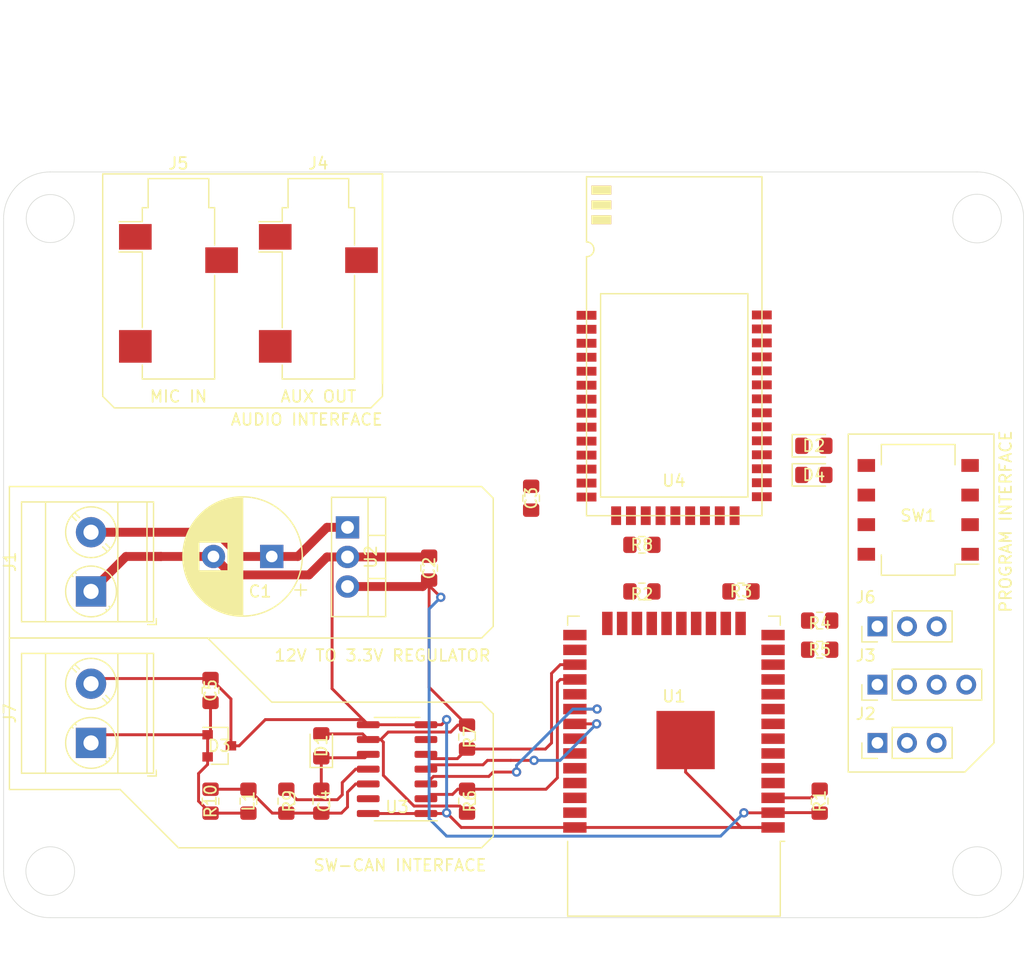
<source format=kicad_pcb>
(kicad_pcb (version 20171130) (host pcbnew 5.1.4-e60b266~84~ubuntu19.04.1)

  (general
    (thickness 1.6)
    (drawings 44)
    (tracks 150)
    (zones 0)
    (modules 32)
    (nets 41)
  )

  (page A4)
  (layers
    (0 F.Cu signal)
    (31 B.Cu signal)
    (32 B.Adhes user)
    (33 F.Adhes user)
    (34 B.Paste user)
    (35 F.Paste user)
    (36 B.SilkS user)
    (37 F.SilkS user)
    (38 B.Mask user)
    (39 F.Mask user)
    (40 Dwgs.User user)
    (41 Cmts.User user)
    (42 Eco1.User user)
    (43 Eco2.User user)
    (44 Edge.Cuts user)
    (45 Margin user)
    (46 B.CrtYd user)
    (47 F.CrtYd user)
    (48 B.Fab user)
    (49 F.Fab user)
  )

  (setup
    (last_trace_width 0.25)
    (user_trace_width 0.762)
    (trace_clearance 0.2)
    (zone_clearance 0.508)
    (zone_45_only no)
    (trace_min 0.2)
    (via_size 0.8)
    (via_drill 0.4)
    (via_min_size 0.4)
    (via_min_drill 0.3)
    (uvia_size 0.3)
    (uvia_drill 0.1)
    (uvias_allowed no)
    (uvia_min_size 0.2)
    (uvia_min_drill 0.1)
    (edge_width 0.05)
    (segment_width 0.2)
    (pcb_text_width 0.3)
    (pcb_text_size 1.5 1.5)
    (mod_edge_width 0.12)
    (mod_text_size 1 1)
    (mod_text_width 0.15)
    (pad_size 1.524 1.524)
    (pad_drill 0.762)
    (pad_to_mask_clearance 0.051)
    (solder_mask_min_width 0.25)
    (aux_axis_origin 0 0)
    (visible_elements FFFFFF7F)
    (pcbplotparams
      (layerselection 0x010fc_ffffffff)
      (usegerberextensions false)
      (usegerberattributes false)
      (usegerberadvancedattributes false)
      (creategerberjobfile false)
      (excludeedgelayer true)
      (linewidth 0.100000)
      (plotframeref false)
      (viasonmask false)
      (mode 1)
      (useauxorigin false)
      (hpglpennumber 1)
      (hpglpenspeed 20)
      (hpglpendiameter 15.000000)
      (psnegative false)
      (psa4output false)
      (plotreference true)
      (plotvalue true)
      (plotinvisibletext false)
      (padsonsilk false)
      (subtractmaskfromsilk false)
      (outputformat 1)
      (mirror false)
      (drillshape 1)
      (scaleselection 1)
      (outputdirectory ""))
  )

  (net 0 "")
  (net 1 SW_CAN)
  (net 2 GND)
  (net 3 3.3V)
  (net 4 "Net-(R1-Pad1)")
  (net 5 BM62_RX)
  (net 6 BM62_TX)
  (net 7 BM62_MCU_WAKE)
  (net 8 BM62_BT_WAKE)
  (net 9 "Net-(R5-Pad2)")
  (net 10 "Net-(R4-Pad2)")
  (net 11 "Net-(R3-Pad2)")
  (net 12 "Net-(R2-Pad2)")
  (net 13 MC33_RX)
  (net 14 MC33_TX)
  (net 15 MC33_MODE0)
  (net 16 MC33_MODE1)
  (net 17 "Net-(J2-Pad1)")
  (net 18 "Net-(J2-Pad2)")
  (net 19 "Net-(R9-Pad2)")
  (net 20 "Net-(C3-Pad2)")
  (net 21 "Net-(D2-Pad2)")
  (net 22 "Net-(D2-Pad1)")
  (net 23 "Net-(D4-Pad1)")
  (net 24 "Net-(J3-Pad1)")
  (net 25 "Net-(J3-Pad2)")
  (net 26 "Net-(J3-Pad3)")
  (net 27 "Net-(J3-Pad4)")
  (net 28 "Net-(J4-PadR)")
  (net 29 "Net-(J4-PadS)")
  (net 30 "Net-(J4-PadT)")
  (net 31 "Net-(J5-PadR)")
  (net 32 "Net-(J5-PadS)")
  (net 33 "Net-(R8-Pad1)")
  (net 34 BM62_P2_4)
  (net 35 BM62_EAN)
  (net 36 BM62_P2_0)
  (net 37 ESP32_BOOTOPT)
  (net 38 "Net-(C1-Pad1)")
  (net 39 "Net-(C4-Pad1)")
  (net 40 "Net-(C4-Pad2)")

  (net_class Default "This is the default net class."
    (clearance 0.2)
    (trace_width 0.25)
    (via_dia 0.8)
    (via_drill 0.4)
    (uvia_dia 0.3)
    (uvia_drill 0.1)
    (add_net 3.3V)
    (add_net BM62_BT_WAKE)
    (add_net BM62_EAN)
    (add_net BM62_MCU_WAKE)
    (add_net BM62_P2_0)
    (add_net BM62_P2_4)
    (add_net BM62_RX)
    (add_net BM62_TX)
    (add_net ESP32_BOOTOPT)
    (add_net GND)
    (add_net MC33_MODE0)
    (add_net MC33_MODE1)
    (add_net MC33_RX)
    (add_net MC33_TX)
    (add_net "Net-(C1-Pad1)")
    (add_net "Net-(C3-Pad2)")
    (add_net "Net-(C4-Pad1)")
    (add_net "Net-(C4-Pad2)")
    (add_net "Net-(D2-Pad1)")
    (add_net "Net-(D2-Pad2)")
    (add_net "Net-(D4-Pad1)")
    (add_net "Net-(J2-Pad1)")
    (add_net "Net-(J2-Pad2)")
    (add_net "Net-(J3-Pad1)")
    (add_net "Net-(J3-Pad2)")
    (add_net "Net-(J3-Pad3)")
    (add_net "Net-(J3-Pad4)")
    (add_net "Net-(J4-PadR)")
    (add_net "Net-(J4-PadS)")
    (add_net "Net-(J4-PadT)")
    (add_net "Net-(J5-PadR)")
    (add_net "Net-(J5-PadS)")
    (add_net "Net-(R1-Pad1)")
    (add_net "Net-(R2-Pad2)")
    (add_net "Net-(R3-Pad2)")
    (add_net "Net-(R4-Pad2)")
    (add_net "Net-(R5-Pad2)")
    (add_net "Net-(R8-Pad1)")
    (add_net "Net-(R9-Pad2)")
    (add_net "Net-(U1-Pad10)")
    (add_net "Net-(U1-Pad17)")
    (add_net "Net-(U1-Pad18)")
    (add_net "Net-(U1-Pad19)")
    (add_net "Net-(U1-Pad20)")
    (add_net "Net-(U1-Pad21)")
    (add_net "Net-(U1-Pad22)")
    (add_net "Net-(U1-Pad24)")
    (add_net "Net-(U1-Pad26)")
    (add_net "Net-(U1-Pad29)")
    (add_net "Net-(U1-Pad32)")
    (add_net "Net-(U1-Pad33)")
    (add_net "Net-(U1-Pad36)")
    (add_net "Net-(U1-Pad37)")
    (add_net "Net-(U1-Pad4)")
    (add_net "Net-(U1-Pad5)")
    (add_net "Net-(U1-Pad6)")
    (add_net "Net-(U1-Pad7)")
    (add_net "Net-(U3-Pad13)")
    (add_net "Net-(U3-Pad6)")
    (add_net "Net-(U4-Pad10)")
    (add_net "Net-(U4-Pad14)")
    (add_net "Net-(U4-Pad15)")
    (add_net "Net-(U4-Pad17)")
    (add_net "Net-(U4-Pad18)")
    (add_net "Net-(U4-Pad19)")
    (add_net "Net-(U4-Pad20)")
    (add_net "Net-(U4-Pad22)")
    (add_net "Net-(U4-Pad25)")
    (add_net "Net-(U4-Pad3)")
    (add_net "Net-(U4-Pad30)")
    (add_net "Net-(U4-Pad31)")
    (add_net "Net-(U4-Pad34)")
    (add_net "Net-(U4-Pad35)")
    (add_net "Net-(U4-Pad36)")
    (add_net "Net-(U4-Pad38)")
    (add_net "Net-(U4-Pad39)")
    (add_net "Net-(U4-Pad40)")
    (add_net "Net-(U4-Pad5)")
    (add_net "Net-(U4-Pad6)")
    (add_net SW_CAN)
  )

  (module Inductor_SMD:L_0805_2012Metric_Pad1.15x1.40mm_HandSolder (layer F.Cu) (tedit 5B36C52B) (tstamp 5E4F33F8)
    (at 71.5 137 270)
    (descr "Capacitor SMD 0805 (2012 Metric), square (rectangular) end terminal, IPC_7351 nominal with elongated pad for handsoldering. (Body size source: https://docs.google.com/spreadsheets/d/1BsfQQcO9C6DZCsRaXUlFlo91Tg2WpOkGARC1WS5S8t0/edit?usp=sharing), generated with kicad-footprint-generator")
    (tags "inductor handsolder")
    (path /5E40E59B)
    (attr smd)
    (fp_text reference L1 (at 0 0 90) (layer F.SilkS)
      (effects (font (size 1 1) (thickness 0.15)))
    )
    (fp_text value 47uH (at 0 1.65 90) (layer F.Fab)
      (effects (font (size 1 1) (thickness 0.15)))
    )
    (fp_text user %R (at 0 0 90) (layer F.Fab)
      (effects (font (size 0.5 0.5) (thickness 0.08)))
    )
    (fp_line (start 1.85 0.95) (end -1.85 0.95) (layer F.CrtYd) (width 0.05))
    (fp_line (start 1.85 -0.95) (end 1.85 0.95) (layer F.CrtYd) (width 0.05))
    (fp_line (start -1.85 -0.95) (end 1.85 -0.95) (layer F.CrtYd) (width 0.05))
    (fp_line (start -1.85 0.95) (end -1.85 -0.95) (layer F.CrtYd) (width 0.05))
    (fp_line (start -0.261252 0.71) (end 0.261252 0.71) (layer F.SilkS) (width 0.12))
    (fp_line (start -0.261252 -0.71) (end 0.261252 -0.71) (layer F.SilkS) (width 0.12))
    (fp_line (start 1 0.6) (end -1 0.6) (layer F.Fab) (width 0.1))
    (fp_line (start 1 -0.6) (end 1 0.6) (layer F.Fab) (width 0.1))
    (fp_line (start -1 -0.6) (end 1 -0.6) (layer F.Fab) (width 0.1))
    (fp_line (start -1 0.6) (end -1 -0.6) (layer F.Fab) (width 0.1))
    (pad 2 smd roundrect (at 1.025 0 270) (size 1.15 1.4) (layers F.Cu F.Paste F.Mask) (roundrect_rratio 0.217391)
      (net 1 SW_CAN))
    (pad 1 smd roundrect (at -1.025 0 270) (size 1.15 1.4) (layers F.Cu F.Paste F.Mask) (roundrect_rratio 0.217391)
      (net 40 "Net-(C4-Pad2)"))
    (model ${KISYS3DMOD}/Inductor_SMD.3dshapes/L_0805_2012Metric.wrl
      (at (xyz 0 0 0))
      (scale (xyz 1 1 1))
      (rotate (xyz 0 0 0))
    )
  )

  (module Capacitor_THT:CP_Radial_D10.0mm_P5.00mm (layer F.Cu) (tedit 5AE50EF1) (tstamp 5E4E0A08)
    (at 73.5 116 180)
    (descr "CP, Radial series, Radial, pin pitch=5.00mm, , diameter=10mm, Electrolytic Capacitor")
    (tags "CP Radial series Radial pin pitch 5.00mm  diameter 10mm Electrolytic Capacitor")
    (path /5E4E29F0)
    (fp_text reference C1 (at 1 -3) (layer F.SilkS)
      (effects (font (size 1 1) (thickness 0.15)))
    )
    (fp_text value 10uF (at 2.5 6.25) (layer F.Fab)
      (effects (font (size 1 1) (thickness 0.15)))
    )
    (fp_text user %R (at 2.5 0) (layer F.Fab)
      (effects (font (size 1 1) (thickness 0.15)))
    )
    (fp_line (start -2.479646 -3.375) (end -2.479646 -2.375) (layer F.SilkS) (width 0.12))
    (fp_line (start -2.979646 -2.875) (end -1.979646 -2.875) (layer F.SilkS) (width 0.12))
    (fp_line (start 7.581 -0.599) (end 7.581 0.599) (layer F.SilkS) (width 0.12))
    (fp_line (start 7.541 -0.862) (end 7.541 0.862) (layer F.SilkS) (width 0.12))
    (fp_line (start 7.501 -1.062) (end 7.501 1.062) (layer F.SilkS) (width 0.12))
    (fp_line (start 7.461 -1.23) (end 7.461 1.23) (layer F.SilkS) (width 0.12))
    (fp_line (start 7.421 -1.378) (end 7.421 1.378) (layer F.SilkS) (width 0.12))
    (fp_line (start 7.381 -1.51) (end 7.381 1.51) (layer F.SilkS) (width 0.12))
    (fp_line (start 7.341 -1.63) (end 7.341 1.63) (layer F.SilkS) (width 0.12))
    (fp_line (start 7.301 -1.742) (end 7.301 1.742) (layer F.SilkS) (width 0.12))
    (fp_line (start 7.261 -1.846) (end 7.261 1.846) (layer F.SilkS) (width 0.12))
    (fp_line (start 7.221 -1.944) (end 7.221 1.944) (layer F.SilkS) (width 0.12))
    (fp_line (start 7.181 -2.037) (end 7.181 2.037) (layer F.SilkS) (width 0.12))
    (fp_line (start 7.141 -2.125) (end 7.141 2.125) (layer F.SilkS) (width 0.12))
    (fp_line (start 7.101 -2.209) (end 7.101 2.209) (layer F.SilkS) (width 0.12))
    (fp_line (start 7.061 -2.289) (end 7.061 2.289) (layer F.SilkS) (width 0.12))
    (fp_line (start 7.021 -2.365) (end 7.021 2.365) (layer F.SilkS) (width 0.12))
    (fp_line (start 6.981 -2.439) (end 6.981 2.439) (layer F.SilkS) (width 0.12))
    (fp_line (start 6.941 -2.51) (end 6.941 2.51) (layer F.SilkS) (width 0.12))
    (fp_line (start 6.901 -2.579) (end 6.901 2.579) (layer F.SilkS) (width 0.12))
    (fp_line (start 6.861 -2.645) (end 6.861 2.645) (layer F.SilkS) (width 0.12))
    (fp_line (start 6.821 -2.709) (end 6.821 2.709) (layer F.SilkS) (width 0.12))
    (fp_line (start 6.781 -2.77) (end 6.781 2.77) (layer F.SilkS) (width 0.12))
    (fp_line (start 6.741 -2.83) (end 6.741 2.83) (layer F.SilkS) (width 0.12))
    (fp_line (start 6.701 -2.889) (end 6.701 2.889) (layer F.SilkS) (width 0.12))
    (fp_line (start 6.661 -2.945) (end 6.661 2.945) (layer F.SilkS) (width 0.12))
    (fp_line (start 6.621 -3) (end 6.621 3) (layer F.SilkS) (width 0.12))
    (fp_line (start 6.581 -3.054) (end 6.581 3.054) (layer F.SilkS) (width 0.12))
    (fp_line (start 6.541 -3.106) (end 6.541 3.106) (layer F.SilkS) (width 0.12))
    (fp_line (start 6.501 -3.156) (end 6.501 3.156) (layer F.SilkS) (width 0.12))
    (fp_line (start 6.461 -3.206) (end 6.461 3.206) (layer F.SilkS) (width 0.12))
    (fp_line (start 6.421 -3.254) (end 6.421 3.254) (layer F.SilkS) (width 0.12))
    (fp_line (start 6.381 -3.301) (end 6.381 3.301) (layer F.SilkS) (width 0.12))
    (fp_line (start 6.341 -3.347) (end 6.341 3.347) (layer F.SilkS) (width 0.12))
    (fp_line (start 6.301 -3.392) (end 6.301 3.392) (layer F.SilkS) (width 0.12))
    (fp_line (start 6.261 -3.436) (end 6.261 3.436) (layer F.SilkS) (width 0.12))
    (fp_line (start 6.221 1.241) (end 6.221 3.478) (layer F.SilkS) (width 0.12))
    (fp_line (start 6.221 -3.478) (end 6.221 -1.241) (layer F.SilkS) (width 0.12))
    (fp_line (start 6.181 1.241) (end 6.181 3.52) (layer F.SilkS) (width 0.12))
    (fp_line (start 6.181 -3.52) (end 6.181 -1.241) (layer F.SilkS) (width 0.12))
    (fp_line (start 6.141 1.241) (end 6.141 3.561) (layer F.SilkS) (width 0.12))
    (fp_line (start 6.141 -3.561) (end 6.141 -1.241) (layer F.SilkS) (width 0.12))
    (fp_line (start 6.101 1.241) (end 6.101 3.601) (layer F.SilkS) (width 0.12))
    (fp_line (start 6.101 -3.601) (end 6.101 -1.241) (layer F.SilkS) (width 0.12))
    (fp_line (start 6.061 1.241) (end 6.061 3.64) (layer F.SilkS) (width 0.12))
    (fp_line (start 6.061 -3.64) (end 6.061 -1.241) (layer F.SilkS) (width 0.12))
    (fp_line (start 6.021 1.241) (end 6.021 3.679) (layer F.SilkS) (width 0.12))
    (fp_line (start 6.021 -3.679) (end 6.021 -1.241) (layer F.SilkS) (width 0.12))
    (fp_line (start 5.981 1.241) (end 5.981 3.716) (layer F.SilkS) (width 0.12))
    (fp_line (start 5.981 -3.716) (end 5.981 -1.241) (layer F.SilkS) (width 0.12))
    (fp_line (start 5.941 1.241) (end 5.941 3.753) (layer F.SilkS) (width 0.12))
    (fp_line (start 5.941 -3.753) (end 5.941 -1.241) (layer F.SilkS) (width 0.12))
    (fp_line (start 5.901 1.241) (end 5.901 3.789) (layer F.SilkS) (width 0.12))
    (fp_line (start 5.901 -3.789) (end 5.901 -1.241) (layer F.SilkS) (width 0.12))
    (fp_line (start 5.861 1.241) (end 5.861 3.824) (layer F.SilkS) (width 0.12))
    (fp_line (start 5.861 -3.824) (end 5.861 -1.241) (layer F.SilkS) (width 0.12))
    (fp_line (start 5.821 1.241) (end 5.821 3.858) (layer F.SilkS) (width 0.12))
    (fp_line (start 5.821 -3.858) (end 5.821 -1.241) (layer F.SilkS) (width 0.12))
    (fp_line (start 5.781 1.241) (end 5.781 3.892) (layer F.SilkS) (width 0.12))
    (fp_line (start 5.781 -3.892) (end 5.781 -1.241) (layer F.SilkS) (width 0.12))
    (fp_line (start 5.741 1.241) (end 5.741 3.925) (layer F.SilkS) (width 0.12))
    (fp_line (start 5.741 -3.925) (end 5.741 -1.241) (layer F.SilkS) (width 0.12))
    (fp_line (start 5.701 1.241) (end 5.701 3.957) (layer F.SilkS) (width 0.12))
    (fp_line (start 5.701 -3.957) (end 5.701 -1.241) (layer F.SilkS) (width 0.12))
    (fp_line (start 5.661 1.241) (end 5.661 3.989) (layer F.SilkS) (width 0.12))
    (fp_line (start 5.661 -3.989) (end 5.661 -1.241) (layer F.SilkS) (width 0.12))
    (fp_line (start 5.621 1.241) (end 5.621 4.02) (layer F.SilkS) (width 0.12))
    (fp_line (start 5.621 -4.02) (end 5.621 -1.241) (layer F.SilkS) (width 0.12))
    (fp_line (start 5.581 1.241) (end 5.581 4.05) (layer F.SilkS) (width 0.12))
    (fp_line (start 5.581 -4.05) (end 5.581 -1.241) (layer F.SilkS) (width 0.12))
    (fp_line (start 5.541 1.241) (end 5.541 4.08) (layer F.SilkS) (width 0.12))
    (fp_line (start 5.541 -4.08) (end 5.541 -1.241) (layer F.SilkS) (width 0.12))
    (fp_line (start 5.501 1.241) (end 5.501 4.11) (layer F.SilkS) (width 0.12))
    (fp_line (start 5.501 -4.11) (end 5.501 -1.241) (layer F.SilkS) (width 0.12))
    (fp_line (start 5.461 1.241) (end 5.461 4.138) (layer F.SilkS) (width 0.12))
    (fp_line (start 5.461 -4.138) (end 5.461 -1.241) (layer F.SilkS) (width 0.12))
    (fp_line (start 5.421 1.241) (end 5.421 4.166) (layer F.SilkS) (width 0.12))
    (fp_line (start 5.421 -4.166) (end 5.421 -1.241) (layer F.SilkS) (width 0.12))
    (fp_line (start 5.381 1.241) (end 5.381 4.194) (layer F.SilkS) (width 0.12))
    (fp_line (start 5.381 -4.194) (end 5.381 -1.241) (layer F.SilkS) (width 0.12))
    (fp_line (start 5.341 1.241) (end 5.341 4.221) (layer F.SilkS) (width 0.12))
    (fp_line (start 5.341 -4.221) (end 5.341 -1.241) (layer F.SilkS) (width 0.12))
    (fp_line (start 5.301 1.241) (end 5.301 4.247) (layer F.SilkS) (width 0.12))
    (fp_line (start 5.301 -4.247) (end 5.301 -1.241) (layer F.SilkS) (width 0.12))
    (fp_line (start 5.261 1.241) (end 5.261 4.273) (layer F.SilkS) (width 0.12))
    (fp_line (start 5.261 -4.273) (end 5.261 -1.241) (layer F.SilkS) (width 0.12))
    (fp_line (start 5.221 1.241) (end 5.221 4.298) (layer F.SilkS) (width 0.12))
    (fp_line (start 5.221 -4.298) (end 5.221 -1.241) (layer F.SilkS) (width 0.12))
    (fp_line (start 5.181 1.241) (end 5.181 4.323) (layer F.SilkS) (width 0.12))
    (fp_line (start 5.181 -4.323) (end 5.181 -1.241) (layer F.SilkS) (width 0.12))
    (fp_line (start 5.141 1.241) (end 5.141 4.347) (layer F.SilkS) (width 0.12))
    (fp_line (start 5.141 -4.347) (end 5.141 -1.241) (layer F.SilkS) (width 0.12))
    (fp_line (start 5.101 1.241) (end 5.101 4.371) (layer F.SilkS) (width 0.12))
    (fp_line (start 5.101 -4.371) (end 5.101 -1.241) (layer F.SilkS) (width 0.12))
    (fp_line (start 5.061 1.241) (end 5.061 4.395) (layer F.SilkS) (width 0.12))
    (fp_line (start 5.061 -4.395) (end 5.061 -1.241) (layer F.SilkS) (width 0.12))
    (fp_line (start 5.021 1.241) (end 5.021 4.417) (layer F.SilkS) (width 0.12))
    (fp_line (start 5.021 -4.417) (end 5.021 -1.241) (layer F.SilkS) (width 0.12))
    (fp_line (start 4.981 1.241) (end 4.981 4.44) (layer F.SilkS) (width 0.12))
    (fp_line (start 4.981 -4.44) (end 4.981 -1.241) (layer F.SilkS) (width 0.12))
    (fp_line (start 4.941 1.241) (end 4.941 4.462) (layer F.SilkS) (width 0.12))
    (fp_line (start 4.941 -4.462) (end 4.941 -1.241) (layer F.SilkS) (width 0.12))
    (fp_line (start 4.901 1.241) (end 4.901 4.483) (layer F.SilkS) (width 0.12))
    (fp_line (start 4.901 -4.483) (end 4.901 -1.241) (layer F.SilkS) (width 0.12))
    (fp_line (start 4.861 1.241) (end 4.861 4.504) (layer F.SilkS) (width 0.12))
    (fp_line (start 4.861 -4.504) (end 4.861 -1.241) (layer F.SilkS) (width 0.12))
    (fp_line (start 4.821 1.241) (end 4.821 4.525) (layer F.SilkS) (width 0.12))
    (fp_line (start 4.821 -4.525) (end 4.821 -1.241) (layer F.SilkS) (width 0.12))
    (fp_line (start 4.781 1.241) (end 4.781 4.545) (layer F.SilkS) (width 0.12))
    (fp_line (start 4.781 -4.545) (end 4.781 -1.241) (layer F.SilkS) (width 0.12))
    (fp_line (start 4.741 1.241) (end 4.741 4.564) (layer F.SilkS) (width 0.12))
    (fp_line (start 4.741 -4.564) (end 4.741 -1.241) (layer F.SilkS) (width 0.12))
    (fp_line (start 4.701 1.241) (end 4.701 4.584) (layer F.SilkS) (width 0.12))
    (fp_line (start 4.701 -4.584) (end 4.701 -1.241) (layer F.SilkS) (width 0.12))
    (fp_line (start 4.661 1.241) (end 4.661 4.603) (layer F.SilkS) (width 0.12))
    (fp_line (start 4.661 -4.603) (end 4.661 -1.241) (layer F.SilkS) (width 0.12))
    (fp_line (start 4.621 1.241) (end 4.621 4.621) (layer F.SilkS) (width 0.12))
    (fp_line (start 4.621 -4.621) (end 4.621 -1.241) (layer F.SilkS) (width 0.12))
    (fp_line (start 4.581 1.241) (end 4.581 4.639) (layer F.SilkS) (width 0.12))
    (fp_line (start 4.581 -4.639) (end 4.581 -1.241) (layer F.SilkS) (width 0.12))
    (fp_line (start 4.541 1.241) (end 4.541 4.657) (layer F.SilkS) (width 0.12))
    (fp_line (start 4.541 -4.657) (end 4.541 -1.241) (layer F.SilkS) (width 0.12))
    (fp_line (start 4.501 1.241) (end 4.501 4.674) (layer F.SilkS) (width 0.12))
    (fp_line (start 4.501 -4.674) (end 4.501 -1.241) (layer F.SilkS) (width 0.12))
    (fp_line (start 4.461 1.241) (end 4.461 4.69) (layer F.SilkS) (width 0.12))
    (fp_line (start 4.461 -4.69) (end 4.461 -1.241) (layer F.SilkS) (width 0.12))
    (fp_line (start 4.421 1.241) (end 4.421 4.707) (layer F.SilkS) (width 0.12))
    (fp_line (start 4.421 -4.707) (end 4.421 -1.241) (layer F.SilkS) (width 0.12))
    (fp_line (start 4.381 1.241) (end 4.381 4.723) (layer F.SilkS) (width 0.12))
    (fp_line (start 4.381 -4.723) (end 4.381 -1.241) (layer F.SilkS) (width 0.12))
    (fp_line (start 4.341 1.241) (end 4.341 4.738) (layer F.SilkS) (width 0.12))
    (fp_line (start 4.341 -4.738) (end 4.341 -1.241) (layer F.SilkS) (width 0.12))
    (fp_line (start 4.301 1.241) (end 4.301 4.754) (layer F.SilkS) (width 0.12))
    (fp_line (start 4.301 -4.754) (end 4.301 -1.241) (layer F.SilkS) (width 0.12))
    (fp_line (start 4.261 1.241) (end 4.261 4.768) (layer F.SilkS) (width 0.12))
    (fp_line (start 4.261 -4.768) (end 4.261 -1.241) (layer F.SilkS) (width 0.12))
    (fp_line (start 4.221 1.241) (end 4.221 4.783) (layer F.SilkS) (width 0.12))
    (fp_line (start 4.221 -4.783) (end 4.221 -1.241) (layer F.SilkS) (width 0.12))
    (fp_line (start 4.181 1.241) (end 4.181 4.797) (layer F.SilkS) (width 0.12))
    (fp_line (start 4.181 -4.797) (end 4.181 -1.241) (layer F.SilkS) (width 0.12))
    (fp_line (start 4.141 1.241) (end 4.141 4.811) (layer F.SilkS) (width 0.12))
    (fp_line (start 4.141 -4.811) (end 4.141 -1.241) (layer F.SilkS) (width 0.12))
    (fp_line (start 4.101 1.241) (end 4.101 4.824) (layer F.SilkS) (width 0.12))
    (fp_line (start 4.101 -4.824) (end 4.101 -1.241) (layer F.SilkS) (width 0.12))
    (fp_line (start 4.061 1.241) (end 4.061 4.837) (layer F.SilkS) (width 0.12))
    (fp_line (start 4.061 -4.837) (end 4.061 -1.241) (layer F.SilkS) (width 0.12))
    (fp_line (start 4.021 1.241) (end 4.021 4.85) (layer F.SilkS) (width 0.12))
    (fp_line (start 4.021 -4.85) (end 4.021 -1.241) (layer F.SilkS) (width 0.12))
    (fp_line (start 3.981 1.241) (end 3.981 4.862) (layer F.SilkS) (width 0.12))
    (fp_line (start 3.981 -4.862) (end 3.981 -1.241) (layer F.SilkS) (width 0.12))
    (fp_line (start 3.941 1.241) (end 3.941 4.874) (layer F.SilkS) (width 0.12))
    (fp_line (start 3.941 -4.874) (end 3.941 -1.241) (layer F.SilkS) (width 0.12))
    (fp_line (start 3.901 1.241) (end 3.901 4.885) (layer F.SilkS) (width 0.12))
    (fp_line (start 3.901 -4.885) (end 3.901 -1.241) (layer F.SilkS) (width 0.12))
    (fp_line (start 3.861 1.241) (end 3.861 4.897) (layer F.SilkS) (width 0.12))
    (fp_line (start 3.861 -4.897) (end 3.861 -1.241) (layer F.SilkS) (width 0.12))
    (fp_line (start 3.821 1.241) (end 3.821 4.907) (layer F.SilkS) (width 0.12))
    (fp_line (start 3.821 -4.907) (end 3.821 -1.241) (layer F.SilkS) (width 0.12))
    (fp_line (start 3.781 1.241) (end 3.781 4.918) (layer F.SilkS) (width 0.12))
    (fp_line (start 3.781 -4.918) (end 3.781 -1.241) (layer F.SilkS) (width 0.12))
    (fp_line (start 3.741 -4.928) (end 3.741 4.928) (layer F.SilkS) (width 0.12))
    (fp_line (start 3.701 -4.938) (end 3.701 4.938) (layer F.SilkS) (width 0.12))
    (fp_line (start 3.661 -4.947) (end 3.661 4.947) (layer F.SilkS) (width 0.12))
    (fp_line (start 3.621 -4.956) (end 3.621 4.956) (layer F.SilkS) (width 0.12))
    (fp_line (start 3.581 -4.965) (end 3.581 4.965) (layer F.SilkS) (width 0.12))
    (fp_line (start 3.541 -4.974) (end 3.541 4.974) (layer F.SilkS) (width 0.12))
    (fp_line (start 3.501 -4.982) (end 3.501 4.982) (layer F.SilkS) (width 0.12))
    (fp_line (start 3.461 -4.99) (end 3.461 4.99) (layer F.SilkS) (width 0.12))
    (fp_line (start 3.421 -4.997) (end 3.421 4.997) (layer F.SilkS) (width 0.12))
    (fp_line (start 3.381 -5.004) (end 3.381 5.004) (layer F.SilkS) (width 0.12))
    (fp_line (start 3.341 -5.011) (end 3.341 5.011) (layer F.SilkS) (width 0.12))
    (fp_line (start 3.301 -5.018) (end 3.301 5.018) (layer F.SilkS) (width 0.12))
    (fp_line (start 3.261 -5.024) (end 3.261 5.024) (layer F.SilkS) (width 0.12))
    (fp_line (start 3.221 -5.03) (end 3.221 5.03) (layer F.SilkS) (width 0.12))
    (fp_line (start 3.18 -5.035) (end 3.18 5.035) (layer F.SilkS) (width 0.12))
    (fp_line (start 3.14 -5.04) (end 3.14 5.04) (layer F.SilkS) (width 0.12))
    (fp_line (start 3.1 -5.045) (end 3.1 5.045) (layer F.SilkS) (width 0.12))
    (fp_line (start 3.06 -5.05) (end 3.06 5.05) (layer F.SilkS) (width 0.12))
    (fp_line (start 3.02 -5.054) (end 3.02 5.054) (layer F.SilkS) (width 0.12))
    (fp_line (start 2.98 -5.058) (end 2.98 5.058) (layer F.SilkS) (width 0.12))
    (fp_line (start 2.94 -5.062) (end 2.94 5.062) (layer F.SilkS) (width 0.12))
    (fp_line (start 2.9 -5.065) (end 2.9 5.065) (layer F.SilkS) (width 0.12))
    (fp_line (start 2.86 -5.068) (end 2.86 5.068) (layer F.SilkS) (width 0.12))
    (fp_line (start 2.82 -5.07) (end 2.82 5.07) (layer F.SilkS) (width 0.12))
    (fp_line (start 2.78 -5.073) (end 2.78 5.073) (layer F.SilkS) (width 0.12))
    (fp_line (start 2.74 -5.075) (end 2.74 5.075) (layer F.SilkS) (width 0.12))
    (fp_line (start 2.7 -5.077) (end 2.7 5.077) (layer F.SilkS) (width 0.12))
    (fp_line (start 2.66 -5.078) (end 2.66 5.078) (layer F.SilkS) (width 0.12))
    (fp_line (start 2.62 -5.079) (end 2.62 5.079) (layer F.SilkS) (width 0.12))
    (fp_line (start 2.58 -5.08) (end 2.58 5.08) (layer F.SilkS) (width 0.12))
    (fp_line (start 2.54 -5.08) (end 2.54 5.08) (layer F.SilkS) (width 0.12))
    (fp_line (start 2.5 -5.08) (end 2.5 5.08) (layer F.SilkS) (width 0.12))
    (fp_line (start -1.288861 -2.6875) (end -1.288861 -1.6875) (layer F.Fab) (width 0.1))
    (fp_line (start -1.788861 -2.1875) (end -0.788861 -2.1875) (layer F.Fab) (width 0.1))
    (fp_circle (center 2.5 0) (end 7.75 0) (layer F.CrtYd) (width 0.05))
    (fp_circle (center 2.5 0) (end 7.62 0) (layer F.SilkS) (width 0.12))
    (fp_circle (center 2.5 0) (end 7.5 0) (layer F.Fab) (width 0.1))
    (pad 2 thru_hole circle (at 5 0 180) (size 2 2) (drill 1) (layers *.Cu *.Mask)
      (net 2 GND))
    (pad 1 thru_hole rect (at 0 0 180) (size 2 2) (drill 1) (layers *.Cu *.Mask)
      (net 38 "Net-(C1-Pad1)"))
    (model ${KISYS3DMOD}/Capacitor_THT.3dshapes/CP_Radial_D10.0mm_P5.00mm.wrl
      (at (xyz 0 0 0))
      (scale (xyz 1 1 1))
      (rotate (xyz 0 0 0))
    )
  )

  (module custom_footprints:BM62SPKS1MC2-0001AA (layer F.Cu) (tedit 5E4DB4ED) (tstamp 5E4F26BB)
    (at 100.5 112.5)
    (path /5E39ABB5)
    (fp_text reference U4 (at 7.5 -3) (layer F.SilkS)
      (effects (font (size 1 1) (thickness 0.15)))
    )
    (fp_text value BM62SPKS1MC2-0001AA (at 12.75 2.25) (layer F.Fab)
      (effects (font (size 1 1) (thickness 0.15)))
    )
    (fp_text user "ANTENNA KEEP OUT ZONE" (at 7.62 -31.242) (layer Cmts.User)
      (effects (font (size 2 2) (thickness 0.5)))
    )
    (fp_line (start 7.62 -18.796) (end -14.732 -31.242) (layer Dwgs.User) (width 0.12))
    (fp_line (start 29.972 -31.242) (end 7.62 -18.796) (layer Dwgs.User) (width 0.12))
    (fp_line (start 7.62 -43.688) (end 29.972 -31.242) (layer Dwgs.User) (width 0.12))
    (fp_line (start -14.732 -31.242) (end 7.62 -43.688) (layer Dwgs.User) (width 0.12))
    (fp_line (start 7.62 -31.242) (end 7.62 -18.796) (layer Dwgs.User) (width 0.12))
    (fp_line (start 7.62 -31.242) (end 7.62 -43.688) (layer Dwgs.User) (width 0.12))
    (fp_line (start 7.62 -31.242) (end 29.972 -31.242) (layer Dwgs.User) (width 0.12))
    (fp_line (start 7.62 -31.242) (end -14.732 -31.242) (layer Dwgs.User) (width 0.12))
    (fp_line (start 29.972 -43.688) (end -14.732 -18.796) (layer Dwgs.User) (width 0.12))
    (fp_line (start -14.732 -43.688) (end 29.972 -18.796) (layer Dwgs.User) (width 0.12))
    (fp_line (start -14.732 -18.796) (end -14.732 -43.688) (layer Dwgs.User) (width 0.12))
    (fp_line (start 29.972 -18.796) (end -14.732 -18.796) (layer Dwgs.User) (width 0.12))
    (fp_line (start -15.24 -18.288) (end -1.27 -18.288) (layer F.CrtYd) (width 0.12))
    (fp_line (start 29.972 -43.688) (end 29.972 -18.796) (layer Dwgs.User) (width 0.12))
    (fp_line (start -14.732 -43.688) (end 29.972 -43.688) (layer Dwgs.User) (width 0.12))
    (fp_line (start -1.27 1.016) (end 16.256 1.016) (layer F.CrtYd) (width 0.12))
    (fp_line (start -1.27 -18.288) (end -1.27 1.016) (layer F.CrtYd) (width 0.12))
    (fp_line (start -15.24 -44.196) (end -15.24 -18.288) (layer F.CrtYd) (width 0.12))
    (fp_line (start 30.48 -44.196) (end -15.24 -44.196) (layer F.CrtYd) (width 0.12))
    (fp_line (start 30.48 -18.288) (end 30.48 -44.196) (layer F.CrtYd) (width 0.12))
    (fp_line (start 16.256 -18.288) (end 30.48 -18.288) (layer F.CrtYd) (width 0.12))
    (fp_line (start 16.256 1.016) (end 16.256 -18.288) (layer F.CrtYd) (width 0.12))
    (fp_line (start 0 -29.083) (end 15.0495 -29.083) (layer F.SilkS) (width 0.12))
    (fp_arc (start 0 -22.86) (end 0 -22.225) (angle -180) (layer F.SilkS) (width 0.12))
    (fp_line (start 0 -29.083) (end 0 -23.495) (layer F.SilkS) (width 0.12))
    (fp_line (start 0 -22.225) (end 0 0) (layer F.SilkS) (width 0.12))
    (fp_line (start 0 0) (end 15.0495 0) (layer F.SilkS) (width 0.12))
    (fp_line (start 15.0495 0) (end 15.0495 -29.083) (layer F.SilkS) (width 0.12))
    (fp_line (start 1.2065 -19.05) (end 1.2065 -1.6002) (layer F.SilkS) (width 0.12))
    (fp_line (start 1.2065 -1.6002) (end 11.5824 -1.6002) (layer F.SilkS) (width 0.12))
    (fp_line (start 1.2065 -19.05) (end 13.843 -19.05) (layer F.SilkS) (width 0.12))
    (fp_line (start 13.843 -19.05) (end 13.843 -1.6002) (layer F.SilkS) (width 0.12))
    (fp_line (start 13.843 -1.6002) (end 11.5824 -1.6002) (layer F.SilkS) (width 0.12))
    (pad 38 smd rect (at 1.27 -25.4) (size 1.7 0.76) (layers F.Cu F.SilkS))
    (pad 39 smd rect (at 1.27 -26.67) (size 1.7 0.76) (layers F.Cu F.SilkS))
    (pad 40 smd rect (at 1.27 -27.94) (size 1.7 0.76) (layers F.Cu F.SilkS))
    (pad 31 smd rect (at 15.0368 -10.0254) (size 1.7 0.76) (layers F.Cu F.Paste F.Mask))
    (pad 37 smd rect (at 15.0368 -17.2254) (size 1.7 0.76) (layers F.Cu F.Paste F.Mask)
      (net 2 GND))
    (pad 35 smd rect (at 15.0368 -14.8254) (size 1.7 0.76) (layers F.Cu F.Paste F.Mask))
    (pad 25 smd rect (at 15.0368 -2.8254) (size 1.7 0.76) (layers F.Cu F.Paste F.Mask))
    (pad 34 smd rect (at 15.0368 -13.6254) (size 1.7 0.76) (layers F.Cu F.Paste F.Mask))
    (pad 30 smd rect (at 15.0368 -8.8254) (size 1.7 0.76) (layers F.Cu F.Paste F.Mask))
    (pad 32 smd rect (at 15.0368 -11.2254) (size 1.7 0.76) (layers F.Cu F.Paste F.Mask)
      (net 5 BM62_RX))
    (pad 36 smd rect (at 15.0368 -16.0254) (size 1.7 0.76) (layers F.Cu F.Paste F.Mask))
    (pad 24 smd rect (at 15.0368 -1.6254) (size 1.7 0.76) (layers F.Cu F.Paste F.Mask)
      (net 21 "Net-(D2-Pad2)"))
    (pad 27 smd rect (at 15.0368 -5.2254) (size 1.7 0.76) (layers F.Cu F.Paste F.Mask)
      (net 23 "Net-(D4-Pad1)"))
    (pad 28 smd rect (at 15.0368 -6.4254) (size 1.7 0.76) (layers F.Cu F.Paste F.Mask)
      (net 22 "Net-(D2-Pad1)"))
    (pad 33 smd rect (at 15.0368 -12.4254) (size 1.7 0.76) (layers F.Cu F.Paste F.Mask)
      (net 6 BM62_TX))
    (pad 29 smd rect (at 15.0368 -7.6254) (size 1.7 0.76) (layers F.Cu F.Paste F.Mask)
      (net 34 BM62_P2_4))
    (pad 26 smd rect (at 15.0368 -4.0254) (size 1.7 0.76) (layers F.Cu F.Paste F.Mask)
      (net 8 BM62_BT_WAKE))
    (pad 1 smd rect (at 0 -17.2) (size 1.7 0.76) (layers F.Cu F.Paste F.Mask)
      (net 7 BM62_MCU_WAKE))
    (pad 2 smd rect (at 0 -16) (size 1.7 0.76) (layers F.Cu F.Paste F.Mask)
      (net 35 BM62_EAN))
    (pad 3 smd rect (at 0 -14.8) (size 1.7 0.76) (layers F.Cu F.Paste F.Mask))
    (pad 4 smd rect (at 0 -13.6) (size 1.7 0.76) (layers F.Cu F.Paste F.Mask)
      (net 36 BM62_P2_0))
    (pad 5 smd rect (at 0 -12.4) (size 1.7 0.76) (layers F.Cu F.Paste F.Mask))
    (pad 6 smd rect (at 0 -11.2) (size 1.7 0.76) (layers F.Cu F.Paste F.Mask))
    (pad 7 smd rect (at 0 -10) (size 1.7 0.76) (layers F.Cu F.Paste F.Mask)
      (net 28 "Net-(J4-PadR)"))
    (pad 8 smd rect (at 0 -8.8) (size 1.7 0.76) (layers F.Cu F.Paste F.Mask)
      (net 29 "Net-(J4-PadS)"))
    (pad 9 smd rect (at 0 -7.6) (size 1.7 0.76) (layers F.Cu F.Paste F.Mask)
      (net 30 "Net-(J4-PadT)"))
    (pad 10 smd rect (at 0 -6.4) (size 1.7 0.76) (layers F.Cu F.Paste F.Mask))
    (pad 11 smd rect (at 0 -5.2) (size 1.7 0.76) (layers F.Cu F.Paste F.Mask)
      (net 31 "Net-(J5-PadR)"))
    (pad 12 smd rect (at 0 -4) (size 1.7 0.76) (layers F.Cu F.Paste F.Mask)
      (net 32 "Net-(J5-PadS)"))
    (pad 13 smd rect (at 0 -2.8) (size 1.7 0.76) (layers F.Cu F.Paste F.Mask)
      (net 20 "Net-(C3-Pad2)"))
    (pad 14 smd rect (at 0 -1.6) (size 1.7 0.76) (layers F.Cu F.Paste F.Mask))
    (pad 15 smd rect (at 2.54 0) (size 0.85 1.6) (layers F.Cu F.Paste F.Mask))
    (pad 16 smd rect (at 3.81 0) (size 0.85 1.6) (layers F.Cu F.Paste F.Mask)
      (net 33 "Net-(R8-Pad1)"))
    (pad 17 smd rect (at 5.08 0) (size 0.85 1.6) (layers F.Cu F.Paste F.Mask))
    (pad 18 smd rect (at 6.35 0) (size 0.85 1.6) (layers F.Cu F.Paste F.Mask))
    (pad 19 smd rect (at 7.62 0) (size 0.85 1.6) (layers F.Cu F.Paste F.Mask))
    (pad 20 smd rect (at 8.89 0) (size 0.85 1.6) (layers F.Cu F.Paste F.Mask))
    (pad 21 smd rect (at 10.16 0) (size 0.85 1.6) (layers F.Cu F.Paste F.Mask)
      (net 3 3.3V))
    (pad 22 smd rect (at 11.43 0) (size 0.85 1.6) (layers F.Cu F.Paste F.Mask))
    (pad 23 smd rect (at 12.7 0) (size 0.85 1.6) (layers F.Cu F.Paste F.Mask)
      (net 2 GND))
  )

  (module TerminalBlock_Phoenix:TerminalBlock_Phoenix_MKDS-3-2-5.08_1x02_P5.08mm_Horizontal (layer F.Cu) (tedit 5B294F11) (tstamp 5E3ABFA2)
    (at 58 132 90)
    (descr "Terminal Block Phoenix MKDS-3-2-5.08, 2 pins, pitch 5.08mm, size 10.2x11.2mm^2, drill diamater 1.3mm, pad diameter 2.6mm, see http://www.farnell.com/datasheets/2138224.pdf, script-generated using https://github.com/pointhi/kicad-footprint-generator/scripts/TerminalBlock_Phoenix")
    (tags "THT Terminal Block Phoenix MKDS-3-2-5.08 pitch 5.08mm size 10.2x11.2mm^2 drill 1.3mm pad 2.6mm")
    (path /5E3B5EB6)
    (fp_text reference J7 (at 2.54 -6.96 90) (layer F.SilkS)
      (effects (font (size 1 1) (thickness 0.15)))
    )
    (fp_text value I-BUS (at 2.54 6.36 90) (layer F.Fab)
      (effects (font (size 1 1) (thickness 0.15)))
    )
    (fp_text user %R (at 2.54 3.1 90) (layer F.Fab)
      (effects (font (size 1 1) (thickness 0.15)))
    )
    (fp_line (start 8.13 -6.4) (end -3.04 -6.4) (layer F.CrtYd) (width 0.05))
    (fp_line (start 8.13 5.8) (end 8.13 -6.4) (layer F.CrtYd) (width 0.05))
    (fp_line (start -3.04 5.8) (end 8.13 5.8) (layer F.CrtYd) (width 0.05))
    (fp_line (start -3.04 -6.4) (end -3.04 5.8) (layer F.CrtYd) (width 0.05))
    (fp_line (start -2.84 5.6) (end -2.34 5.6) (layer F.SilkS) (width 0.12))
    (fp_line (start -2.84 4.86) (end -2.84 5.6) (layer F.SilkS) (width 0.12))
    (fp_line (start 3.822 0.992) (end 3.427 1.388) (layer F.SilkS) (width 0.12))
    (fp_line (start 6.468 -1.654) (end 6.088 -1.274) (layer F.SilkS) (width 0.12))
    (fp_line (start 4.073 1.274) (end 3.693 1.654) (layer F.SilkS) (width 0.12))
    (fp_line (start 6.734 -1.388) (end 6.339 -0.992) (layer F.SilkS) (width 0.12))
    (fp_line (start 6.353 -1.517) (end 3.564 1.273) (layer F.Fab) (width 0.1))
    (fp_line (start 6.597 -1.273) (end 3.808 1.517) (layer F.Fab) (width 0.1))
    (fp_line (start -1.548 1.281) (end -1.654 1.388) (layer F.SilkS) (width 0.12))
    (fp_line (start 1.388 -1.654) (end 1.281 -1.547) (layer F.SilkS) (width 0.12))
    (fp_line (start -1.282 1.547) (end -1.388 1.654) (layer F.SilkS) (width 0.12))
    (fp_line (start 1.654 -1.388) (end 1.547 -1.281) (layer F.SilkS) (width 0.12))
    (fp_line (start 1.273 -1.517) (end -1.517 1.273) (layer F.Fab) (width 0.1))
    (fp_line (start 1.517 -1.273) (end -1.273 1.517) (layer F.Fab) (width 0.1))
    (fp_line (start 7.68 -5.96) (end 7.68 5.36) (layer F.SilkS) (width 0.12))
    (fp_line (start -2.6 -5.96) (end -2.6 5.36) (layer F.SilkS) (width 0.12))
    (fp_line (start -2.6 5.36) (end 7.68 5.36) (layer F.SilkS) (width 0.12))
    (fp_line (start -2.6 -5.96) (end 7.68 -5.96) (layer F.SilkS) (width 0.12))
    (fp_line (start -2.6 -3.9) (end 7.68 -3.9) (layer F.SilkS) (width 0.12))
    (fp_line (start -2.54 -3.9) (end 7.62 -3.9) (layer F.Fab) (width 0.1))
    (fp_line (start -2.6 2.3) (end 7.68 2.3) (layer F.SilkS) (width 0.12))
    (fp_line (start -2.54 2.3) (end 7.62 2.3) (layer F.Fab) (width 0.1))
    (fp_line (start -2.6 4.8) (end 7.68 4.8) (layer F.SilkS) (width 0.12))
    (fp_line (start -2.54 4.8) (end 7.62 4.8) (layer F.Fab) (width 0.1))
    (fp_line (start -2.54 4.8) (end -2.54 -5.9) (layer F.Fab) (width 0.1))
    (fp_line (start -2.04 5.3) (end -2.54 4.8) (layer F.Fab) (width 0.1))
    (fp_line (start 7.62 5.3) (end -2.04 5.3) (layer F.Fab) (width 0.1))
    (fp_line (start 7.62 -5.9) (end 7.62 5.3) (layer F.Fab) (width 0.1))
    (fp_line (start -2.54 -5.9) (end 7.62 -5.9) (layer F.Fab) (width 0.1))
    (fp_circle (center 5.08 0) (end 7.26 0) (layer F.SilkS) (width 0.12))
    (fp_circle (center 5.08 0) (end 7.08 0) (layer F.Fab) (width 0.1))
    (fp_circle (center 0 0) (end 2.18 0) (layer F.SilkS) (width 0.12))
    (fp_circle (center 0 0) (end 2 0) (layer F.Fab) (width 0.1))
    (pad 2 thru_hole circle (at 5.08 0 90) (size 2.6 2.6) (drill 1.3) (layers *.Cu *.Mask)
      (net 2 GND))
    (pad 1 thru_hole rect (at 0 0 90) (size 2.6 2.6) (drill 1.3) (layers *.Cu *.Mask)
      (net 1 SW_CAN))
    (model ${KISYS3DMOD}/TerminalBlock_Phoenix.3dshapes/TerminalBlock_Phoenix_MKDS-3-2-5.08_1x02_P5.08mm_Horizontal.wrl
      (at (xyz 0 0 0))
      (scale (xyz 1 1 1))
      (rotate (xyz 0 0 0))
    )
  )

  (module TerminalBlock_Phoenix:TerminalBlock_Phoenix_MKDS-3-2-5.08_1x02_P5.08mm_Horizontal (layer F.Cu) (tedit 5B294F11) (tstamp 5E3ABE68)
    (at 58 119 90)
    (descr "Terminal Block Phoenix MKDS-3-2-5.08, 2 pins, pitch 5.08mm, size 10.2x11.2mm^2, drill diamater 1.3mm, pad diameter 2.6mm, see http://www.farnell.com/datasheets/2138224.pdf, script-generated using https://github.com/pointhi/kicad-footprint-generator/scripts/TerminalBlock_Phoenix")
    (tags "THT Terminal Block Phoenix MKDS-3-2-5.08 pitch 5.08mm size 10.2x11.2mm^2 drill 1.3mm pad 2.6mm")
    (path /5E3B2A1D)
    (fp_text reference J1 (at 2.54 -6.96 90) (layer F.SilkS)
      (effects (font (size 1 1) (thickness 0.15)))
    )
    (fp_text value "12V INPUT" (at 2.54 6.36 90) (layer F.Fab)
      (effects (font (size 1 1) (thickness 0.15)))
    )
    (fp_text user %R (at 2.54 3.1 90) (layer F.Fab)
      (effects (font (size 1 1) (thickness 0.15)))
    )
    (fp_line (start 8.13 -6.4) (end -3.04 -6.4) (layer F.CrtYd) (width 0.05))
    (fp_line (start 8.13 5.8) (end 8.13 -6.4) (layer F.CrtYd) (width 0.05))
    (fp_line (start -3.04 5.8) (end 8.13 5.8) (layer F.CrtYd) (width 0.05))
    (fp_line (start -3.04 -6.4) (end -3.04 5.8) (layer F.CrtYd) (width 0.05))
    (fp_line (start -2.84 5.6) (end -2.34 5.6) (layer F.SilkS) (width 0.12))
    (fp_line (start -2.84 4.86) (end -2.84 5.6) (layer F.SilkS) (width 0.12))
    (fp_line (start 3.822 0.992) (end 3.427 1.388) (layer F.SilkS) (width 0.12))
    (fp_line (start 6.468 -1.654) (end 6.088 -1.274) (layer F.SilkS) (width 0.12))
    (fp_line (start 4.073 1.274) (end 3.693 1.654) (layer F.SilkS) (width 0.12))
    (fp_line (start 6.734 -1.388) (end 6.339 -0.992) (layer F.SilkS) (width 0.12))
    (fp_line (start 6.353 -1.517) (end 3.564 1.273) (layer F.Fab) (width 0.1))
    (fp_line (start 6.597 -1.273) (end 3.808 1.517) (layer F.Fab) (width 0.1))
    (fp_line (start -1.548 1.281) (end -1.654 1.388) (layer F.SilkS) (width 0.12))
    (fp_line (start 1.388 -1.654) (end 1.281 -1.547) (layer F.SilkS) (width 0.12))
    (fp_line (start -1.282 1.547) (end -1.388 1.654) (layer F.SilkS) (width 0.12))
    (fp_line (start 1.654 -1.388) (end 1.547 -1.281) (layer F.SilkS) (width 0.12))
    (fp_line (start 1.273 -1.517) (end -1.517 1.273) (layer F.Fab) (width 0.1))
    (fp_line (start 1.517 -1.273) (end -1.273 1.517) (layer F.Fab) (width 0.1))
    (fp_line (start 7.68 -5.96) (end 7.68 5.36) (layer F.SilkS) (width 0.12))
    (fp_line (start -2.6 -5.96) (end -2.6 5.36) (layer F.SilkS) (width 0.12))
    (fp_line (start -2.6 5.36) (end 7.68 5.36) (layer F.SilkS) (width 0.12))
    (fp_line (start -2.6 -5.96) (end 7.68 -5.96) (layer F.SilkS) (width 0.12))
    (fp_line (start -2.6 -3.9) (end 7.68 -3.9) (layer F.SilkS) (width 0.12))
    (fp_line (start -2.54 -3.9) (end 7.62 -3.9) (layer F.Fab) (width 0.1))
    (fp_line (start -2.6 2.3) (end 7.68 2.3) (layer F.SilkS) (width 0.12))
    (fp_line (start -2.54 2.3) (end 7.62 2.3) (layer F.Fab) (width 0.1))
    (fp_line (start -2.6 4.8) (end 7.68 4.8) (layer F.SilkS) (width 0.12))
    (fp_line (start -2.54 4.8) (end 7.62 4.8) (layer F.Fab) (width 0.1))
    (fp_line (start -2.54 4.8) (end -2.54 -5.9) (layer F.Fab) (width 0.1))
    (fp_line (start -2.04 5.3) (end -2.54 4.8) (layer F.Fab) (width 0.1))
    (fp_line (start 7.62 5.3) (end -2.04 5.3) (layer F.Fab) (width 0.1))
    (fp_line (start 7.62 -5.9) (end 7.62 5.3) (layer F.Fab) (width 0.1))
    (fp_line (start -2.54 -5.9) (end 7.62 -5.9) (layer F.Fab) (width 0.1))
    (fp_circle (center 5.08 0) (end 7.26 0) (layer F.SilkS) (width 0.12))
    (fp_circle (center 5.08 0) (end 7.08 0) (layer F.Fab) (width 0.1))
    (fp_circle (center 0 0) (end 2.18 0) (layer F.SilkS) (width 0.12))
    (fp_circle (center 0 0) (end 2 0) (layer F.Fab) (width 0.1))
    (pad 2 thru_hole circle (at 5.08 0 90) (size 2.6 2.6) (drill 1.3) (layers *.Cu *.Mask)
      (net 38 "Net-(C1-Pad1)"))
    (pad 1 thru_hole rect (at 0 0 90) (size 2.6 2.6) (drill 1.3) (layers *.Cu *.Mask)
      (net 2 GND))
    (model ${KISYS3DMOD}/TerminalBlock_Phoenix.3dshapes/TerminalBlock_Phoenix_MKDS-3-2-5.08_1x02_P5.08mm_Horizontal.wrl
      (at (xyz 0 0 0))
      (scale (xyz 1 1 1))
      (rotate (xyz 0 0 0))
    )
  )

  (module Button_Switch_SMD:SW_DIP_SPSTx04_Slide_Omron_A6S-410x_W8.9mm_P2.54mm (layer F.Cu) (tedit 5AC88315) (tstamp 5E3B48DD)
    (at 128.95 112 180)
    (descr "SMD 4x-dip-switch SPST Omron_A6S-410x, Slide, row spacing 8.9 mm (350 mils), body size  (see http://omronfs.omron.com/en_US/ecb/products/pdf/en-a6s.pdf)")
    (tags "SMD DIP Switch SPST Slide 8.9mm 350mil")
    (path /5E520477)
    (attr smd)
    (fp_text reference SW1 (at 0 -0.5) (layer F.SilkS)
      (effects (font (size 1 1) (thickness 0.15)))
    )
    (fp_text value "SYS CONFIG" (at 0 6.61) (layer F.Fab)
      (effects (font (size 1 1) (thickness 0.15)))
    )
    (fp_text user on (at 0.075 -4.955) (layer F.Fab)
      (effects (font (size 0.8 0.8) (thickness 0.12)))
    )
    (fp_text user %R (at 2.3 0 90) (layer F.Fab)
      (effects (font (size 0.8 0.8) (thickness 0.12)))
    )
    (fp_line (start 5.45 -5.9) (end -5.45 -5.9) (layer F.CrtYd) (width 0.05))
    (fp_line (start 5.45 5.9) (end 5.45 -5.9) (layer F.CrtYd) (width 0.05))
    (fp_line (start -5.45 5.9) (end 5.45 5.9) (layer F.CrtYd) (width 0.05))
    (fp_line (start -5.45 -5.9) (end -5.45 5.9) (layer F.CrtYd) (width 0.05))
    (fp_line (start 3.16 3.87) (end 3.16 5.61) (layer F.SilkS) (width 0.12))
    (fp_line (start -3.16 3.87) (end -3.16 5.61) (layer F.SilkS) (width 0.12))
    (fp_line (start 3.16 -5.61) (end 3.16 -3.871) (layer F.SilkS) (width 0.12))
    (fp_line (start -3.16 -5.61) (end 3.16 -5.61) (layer F.SilkS) (width 0.12))
    (fp_line (start -3.16 -5.61) (end -3.16 -4.661) (layer F.SilkS) (width 0.12))
    (fp_line (start -5.2 -4.661) (end -3.16 -4.661) (layer F.SilkS) (width 0.12))
    (fp_line (start -3.16 5.61) (end 3.16 5.61) (layer F.SilkS) (width 0.12))
    (fp_line (start -0.5 3.26) (end -0.5 4.36) (layer F.Fab) (width 0.1))
    (fp_line (start -1.5 4.36) (end -0.5 4.36) (layer F.Fab) (width 0.1))
    (fp_line (start -1.5 4.26) (end -0.5 4.26) (layer F.Fab) (width 0.1))
    (fp_line (start -1.5 4.16) (end -0.5 4.16) (layer F.Fab) (width 0.1))
    (fp_line (start -1.5 4.06) (end -0.5 4.06) (layer F.Fab) (width 0.1))
    (fp_line (start -1.5 3.96) (end -0.5 3.96) (layer F.Fab) (width 0.1))
    (fp_line (start -1.5 3.86) (end -0.5 3.86) (layer F.Fab) (width 0.1))
    (fp_line (start -1.5 3.76) (end -0.5 3.76) (layer F.Fab) (width 0.1))
    (fp_line (start -1.5 3.66) (end -0.5 3.66) (layer F.Fab) (width 0.1))
    (fp_line (start -1.5 3.56) (end -0.5 3.56) (layer F.Fab) (width 0.1))
    (fp_line (start -1.5 3.46) (end -0.5 3.46) (layer F.Fab) (width 0.1))
    (fp_line (start -1.5 3.36) (end -0.5 3.36) (layer F.Fab) (width 0.1))
    (fp_line (start 1.5 3.26) (end -1.5 3.26) (layer F.Fab) (width 0.1))
    (fp_line (start 1.5 4.36) (end 1.5 3.26) (layer F.Fab) (width 0.1))
    (fp_line (start -1.5 4.36) (end 1.5 4.36) (layer F.Fab) (width 0.1))
    (fp_line (start -1.5 3.26) (end -1.5 4.36) (layer F.Fab) (width 0.1))
    (fp_line (start -0.5 0.72) (end -0.5 1.82) (layer F.Fab) (width 0.1))
    (fp_line (start -1.5 1.82) (end -0.5 1.82) (layer F.Fab) (width 0.1))
    (fp_line (start -1.5 1.72) (end -0.5 1.72) (layer F.Fab) (width 0.1))
    (fp_line (start -1.5 1.62) (end -0.5 1.62) (layer F.Fab) (width 0.1))
    (fp_line (start -1.5 1.52) (end -0.5 1.52) (layer F.Fab) (width 0.1))
    (fp_line (start -1.5 1.42) (end -0.5 1.42) (layer F.Fab) (width 0.1))
    (fp_line (start -1.5 1.32) (end -0.5 1.32) (layer F.Fab) (width 0.1))
    (fp_line (start -1.5 1.22) (end -0.5 1.22) (layer F.Fab) (width 0.1))
    (fp_line (start -1.5 1.12) (end -0.5 1.12) (layer F.Fab) (width 0.1))
    (fp_line (start -1.5 1.02) (end -0.5 1.02) (layer F.Fab) (width 0.1))
    (fp_line (start -1.5 0.92) (end -0.5 0.92) (layer F.Fab) (width 0.1))
    (fp_line (start -1.5 0.82) (end -0.5 0.82) (layer F.Fab) (width 0.1))
    (fp_line (start 1.5 0.72) (end -1.5 0.72) (layer F.Fab) (width 0.1))
    (fp_line (start 1.5 1.82) (end 1.5 0.72) (layer F.Fab) (width 0.1))
    (fp_line (start -1.5 1.82) (end 1.5 1.82) (layer F.Fab) (width 0.1))
    (fp_line (start -1.5 0.72) (end -1.5 1.82) (layer F.Fab) (width 0.1))
    (fp_line (start -0.5 -1.82) (end -0.5 -0.72) (layer F.Fab) (width 0.1))
    (fp_line (start -1.5 -0.82) (end -0.5 -0.82) (layer F.Fab) (width 0.1))
    (fp_line (start -1.5 -0.92) (end -0.5 -0.92) (layer F.Fab) (width 0.1))
    (fp_line (start -1.5 -1.02) (end -0.5 -1.02) (layer F.Fab) (width 0.1))
    (fp_line (start -1.5 -1.12) (end -0.5 -1.12) (layer F.Fab) (width 0.1))
    (fp_line (start -1.5 -1.22) (end -0.5 -1.22) (layer F.Fab) (width 0.1))
    (fp_line (start -1.5 -1.32) (end -0.5 -1.32) (layer F.Fab) (width 0.1))
    (fp_line (start -1.5 -1.42) (end -0.5 -1.42) (layer F.Fab) (width 0.1))
    (fp_line (start -1.5 -1.52) (end -0.5 -1.52) (layer F.Fab) (width 0.1))
    (fp_line (start -1.5 -1.62) (end -0.5 -1.62) (layer F.Fab) (width 0.1))
    (fp_line (start -1.5 -1.72) (end -0.5 -1.72) (layer F.Fab) (width 0.1))
    (fp_line (start 1.5 -1.82) (end -1.5 -1.82) (layer F.Fab) (width 0.1))
    (fp_line (start 1.5 -0.72) (end 1.5 -1.82) (layer F.Fab) (width 0.1))
    (fp_line (start -1.5 -0.72) (end 1.5 -0.72) (layer F.Fab) (width 0.1))
    (fp_line (start -1.5 -1.82) (end -1.5 -0.72) (layer F.Fab) (width 0.1))
    (fp_line (start -0.5 -4.36) (end -0.5 -3.26) (layer F.Fab) (width 0.1))
    (fp_line (start -1.5 -3.26) (end -0.5 -3.26) (layer F.Fab) (width 0.1))
    (fp_line (start -1.5 -3.36) (end -0.5 -3.36) (layer F.Fab) (width 0.1))
    (fp_line (start -1.5 -3.46) (end -0.5 -3.46) (layer F.Fab) (width 0.1))
    (fp_line (start -1.5 -3.56) (end -0.5 -3.56) (layer F.Fab) (width 0.1))
    (fp_line (start -1.5 -3.66) (end -0.5 -3.66) (layer F.Fab) (width 0.1))
    (fp_line (start -1.5 -3.76) (end -0.5 -3.76) (layer F.Fab) (width 0.1))
    (fp_line (start -1.5 -3.86) (end -0.5 -3.86) (layer F.Fab) (width 0.1))
    (fp_line (start -1.5 -3.96) (end -0.5 -3.96) (layer F.Fab) (width 0.1))
    (fp_line (start -1.5 -4.06) (end -0.5 -4.06) (layer F.Fab) (width 0.1))
    (fp_line (start -1.5 -4.16) (end -0.5 -4.16) (layer F.Fab) (width 0.1))
    (fp_line (start -1.5 -4.26) (end -0.5 -4.26) (layer F.Fab) (width 0.1))
    (fp_line (start 1.5 -4.36) (end -1.5 -4.36) (layer F.Fab) (width 0.1))
    (fp_line (start 1.5 -3.26) (end 1.5 -4.36) (layer F.Fab) (width 0.1))
    (fp_line (start -1.5 -3.26) (end 1.5 -3.26) (layer F.Fab) (width 0.1))
    (fp_line (start -1.5 -4.36) (end -1.5 -3.26) (layer F.Fab) (width 0.1))
    (fp_line (start -3.1 -4.55) (end -2.1 -5.55) (layer F.Fab) (width 0.1))
    (fp_line (start -3.1 5.55) (end -3.1 -4.55) (layer F.Fab) (width 0.1))
    (fp_line (start 3.1 5.55) (end -3.1 5.55) (layer F.Fab) (width 0.1))
    (fp_line (start 3.1 -5.55) (end 3.1 5.55) (layer F.Fab) (width 0.1))
    (fp_line (start -2.1 -5.55) (end 3.1 -5.55) (layer F.Fab) (width 0.1))
    (pad 8 smd rect (at 4.45 -3.81 180) (size 1.5 1.1) (layers F.Cu F.Paste F.Mask)
      (net 2 GND))
    (pad 4 smd rect (at -4.45 3.81 180) (size 1.5 1.1) (layers F.Cu F.Paste F.Mask)
      (net 34 BM62_P2_4))
    (pad 7 smd rect (at 4.45 -1.27 180) (size 1.5 1.1) (layers F.Cu F.Paste F.Mask)
      (net 2 GND))
    (pad 3 smd rect (at -4.45 1.27 180) (size 1.5 1.1) (layers F.Cu F.Paste F.Mask)
      (net 35 BM62_EAN))
    (pad 6 smd rect (at 4.45 1.27 180) (size 1.5 1.1) (layers F.Cu F.Paste F.Mask)
      (net 2 GND))
    (pad 2 smd rect (at -4.45 -1.27 180) (size 1.5 1.1) (layers F.Cu F.Paste F.Mask)
      (net 36 BM62_P2_0))
    (pad 5 smd rect (at 4.45 3.81 180) (size 1.5 1.1) (layers F.Cu F.Paste F.Mask)
      (net 2 GND))
    (pad 1 smd rect (at -4.45 -3.81 180) (size 1.5 1.1) (layers F.Cu F.Paste F.Mask)
      (net 37 ESP32_BOOTOPT))
    (model ${KISYS3DMOD}/Button_Switch_SMD.3dshapes/SW_DIP_SPSTx04_Slide_Omron_A6S-410x_W8.9mm_P2.54mm.wrl
      (at (xyz 0 0 0))
      (scale (xyz 1 1 1))
      (rotate (xyz 0 0 0))
    )
  )

  (module Connector_PinHeader_2.54mm:PinHeader_1x03_P2.54mm_Vertical (layer F.Cu) (tedit 59FED5CC) (tstamp 5E4F276B)
    (at 125.45 122 90)
    (descr "Through hole straight pin header, 1x03, 2.54mm pitch, single row")
    (tags "Through hole pin header THT 1x03 2.54mm single row")
    (path /5E508477)
    (fp_text reference J6 (at 2.5 -1 180) (layer F.SilkS)
      (effects (font (size 1 1) (thickness 0.15)))
    )
    (fp_text value "BM62 UART" (at 2.5 2.25 180) (layer F.Fab)
      (effects (font (size 1 1) (thickness 0.15)))
    )
    (fp_text user %R (at 0 2.54) (layer F.Fab)
      (effects (font (size 1 1) (thickness 0.15)))
    )
    (fp_line (start 1.8 -1.8) (end -1.8 -1.8) (layer F.CrtYd) (width 0.05))
    (fp_line (start 1.8 6.85) (end 1.8 -1.8) (layer F.CrtYd) (width 0.05))
    (fp_line (start -1.8 6.85) (end 1.8 6.85) (layer F.CrtYd) (width 0.05))
    (fp_line (start -1.8 -1.8) (end -1.8 6.85) (layer F.CrtYd) (width 0.05))
    (fp_line (start -1.33 -1.33) (end 0 -1.33) (layer F.SilkS) (width 0.12))
    (fp_line (start -1.33 0) (end -1.33 -1.33) (layer F.SilkS) (width 0.12))
    (fp_line (start -1.33 1.27) (end 1.33 1.27) (layer F.SilkS) (width 0.12))
    (fp_line (start 1.33 1.27) (end 1.33 6.41) (layer F.SilkS) (width 0.12))
    (fp_line (start -1.33 1.27) (end -1.33 6.41) (layer F.SilkS) (width 0.12))
    (fp_line (start -1.33 6.41) (end 1.33 6.41) (layer F.SilkS) (width 0.12))
    (fp_line (start -1.27 -0.635) (end -0.635 -1.27) (layer F.Fab) (width 0.1))
    (fp_line (start -1.27 6.35) (end -1.27 -0.635) (layer F.Fab) (width 0.1))
    (fp_line (start 1.27 6.35) (end -1.27 6.35) (layer F.Fab) (width 0.1))
    (fp_line (start 1.27 -1.27) (end 1.27 6.35) (layer F.Fab) (width 0.1))
    (fp_line (start -0.635 -1.27) (end 1.27 -1.27) (layer F.Fab) (width 0.1))
    (pad 3 thru_hole oval (at 0 5.08 90) (size 1.7 1.7) (drill 1) (layers *.Cu *.Mask)
      (net 2 GND))
    (pad 2 thru_hole oval (at 0 2.54 90) (size 1.7 1.7) (drill 1) (layers *.Cu *.Mask)
      (net 6 BM62_TX))
    (pad 1 thru_hole rect (at 0 0 90) (size 1.7 1.7) (drill 1) (layers *.Cu *.Mask)
      (net 5 BM62_RX))
    (model ${KISYS3DMOD}/Connector_PinHeader_2.54mm.3dshapes/PinHeader_1x03_P2.54mm_Vertical.wrl
      (at (xyz 0 0 0))
      (scale (xyz 1 1 1))
      (rotate (xyz 0 0 0))
    )
  )

  (module RF_Module:ESP32-WROOM-32 (layer F.Cu) (tedit 5B5B4654) (tstamp 5E4F1E9F)
    (at 108 131 180)
    (descr "Single 2.4 GHz Wi-Fi and Bluetooth combo chip https://www.espressif.com/sites/default/files/documentation/esp32-wroom-32_datasheet_en.pdf")
    (tags "Single 2.4 GHz Wi-Fi and Bluetooth combo  chip")
    (path /5E395DE5)
    (attr smd)
    (fp_text reference U1 (at 0 3 180) (layer F.SilkS)
      (effects (font (size 1 1) (thickness 0.15)))
    )
    (fp_text value ESP32-WROOM-32D (at 0.25 11.5) (layer F.Fab)
      (effects (font (size 1 1) (thickness 0.15)))
    )
    (fp_text user %R (at 0 0) (layer F.Fab)
      (effects (font (size 1 1) (thickness 0.15)))
    )
    (fp_text user "KEEP-OUT ZONE" (at 0 -19) (layer Cmts.User)
      (effects (font (size 1 1) (thickness 0.15)))
    )
    (fp_text user Antenna (at 0 -13) (layer Cmts.User)
      (effects (font (size 1 1) (thickness 0.15)))
    )
    (fp_text user "5 mm" (at 11.8 -14.375) (layer Cmts.User)
      (effects (font (size 0.5 0.5) (thickness 0.1)))
    )
    (fp_text user "5 mm" (at -11.2 -14.375) (layer Cmts.User)
      (effects (font (size 0.5 0.5) (thickness 0.1)))
    )
    (fp_text user "5 mm" (at 7.8 -19.075 90) (layer Cmts.User)
      (effects (font (size 0.5 0.5) (thickness 0.1)))
    )
    (fp_line (start -14 -9.97) (end -14 -20.75) (layer Dwgs.User) (width 0.1))
    (fp_line (start 9 9.76) (end 9 -15.745) (layer F.Fab) (width 0.1))
    (fp_line (start -9 9.76) (end 9 9.76) (layer F.Fab) (width 0.1))
    (fp_line (start -9 -15.745) (end -9 -10.02) (layer F.Fab) (width 0.1))
    (fp_line (start -9 -15.745) (end 9 -15.745) (layer F.Fab) (width 0.1))
    (fp_line (start -9.75 10.5) (end -9.75 -9.72) (layer F.CrtYd) (width 0.05))
    (fp_line (start -9.75 10.5) (end 9.75 10.5) (layer F.CrtYd) (width 0.05))
    (fp_line (start 9.75 -9.72) (end 9.75 10.5) (layer F.CrtYd) (width 0.05))
    (fp_line (start -14.25 -21) (end 14.25 -21) (layer F.CrtYd) (width 0.05))
    (fp_line (start -9 -9.02) (end -9 9.76) (layer F.Fab) (width 0.1))
    (fp_line (start -8.5 -9.52) (end -9 -10.02) (layer F.Fab) (width 0.1))
    (fp_line (start -9 -9.02) (end -8.5 -9.52) (layer F.Fab) (width 0.1))
    (fp_line (start 14 -9.97) (end -14 -9.97) (layer Dwgs.User) (width 0.1))
    (fp_line (start 14 -9.97) (end 14 -20.75) (layer Dwgs.User) (width 0.1))
    (fp_line (start 14 -20.75) (end -14 -20.75) (layer Dwgs.User) (width 0.1))
    (fp_line (start -14.25 -21) (end -14.25 -9.72) (layer F.CrtYd) (width 0.05))
    (fp_line (start 14.25 -21) (end 14.25 -9.72) (layer F.CrtYd) (width 0.05))
    (fp_line (start -14.25 -9.72) (end -9.75 -9.72) (layer F.CrtYd) (width 0.05))
    (fp_line (start 9.75 -9.72) (end 14.25 -9.72) (layer F.CrtYd) (width 0.05))
    (fp_line (start -12.525 -20.75) (end -14 -19.66) (layer Dwgs.User) (width 0.1))
    (fp_line (start -10.525 -20.75) (end -14 -18.045) (layer Dwgs.User) (width 0.1))
    (fp_line (start -8.525 -20.75) (end -14 -16.43) (layer Dwgs.User) (width 0.1))
    (fp_line (start -6.525 -20.75) (end -14 -14.815) (layer Dwgs.User) (width 0.1))
    (fp_line (start -4.525 -20.75) (end -14 -13.2) (layer Dwgs.User) (width 0.1))
    (fp_line (start -2.525 -20.75) (end -14 -11.585) (layer Dwgs.User) (width 0.1))
    (fp_line (start -0.525 -20.75) (end -14 -9.97) (layer Dwgs.User) (width 0.1))
    (fp_line (start 1.475 -20.75) (end -12 -9.97) (layer Dwgs.User) (width 0.1))
    (fp_line (start 3.475 -20.75) (end -10 -9.97) (layer Dwgs.User) (width 0.1))
    (fp_line (start -8 -9.97) (end 5.475 -20.75) (layer Dwgs.User) (width 0.1))
    (fp_line (start 7.475 -20.75) (end -6 -9.97) (layer Dwgs.User) (width 0.1))
    (fp_line (start 9.475 -20.75) (end -4 -9.97) (layer Dwgs.User) (width 0.1))
    (fp_line (start 11.475 -20.75) (end -2 -9.97) (layer Dwgs.User) (width 0.1))
    (fp_line (start 13.475 -20.75) (end 0 -9.97) (layer Dwgs.User) (width 0.1))
    (fp_line (start 14 -19.66) (end 2 -9.97) (layer Dwgs.User) (width 0.1))
    (fp_line (start 14 -18.045) (end 4 -9.97) (layer Dwgs.User) (width 0.1))
    (fp_line (start 14 -16.43) (end 6 -9.97) (layer Dwgs.User) (width 0.1))
    (fp_line (start 14 -14.815) (end 8 -9.97) (layer Dwgs.User) (width 0.1))
    (fp_line (start 14 -13.2) (end 10 -9.97) (layer Dwgs.User) (width 0.1))
    (fp_line (start 14 -11.585) (end 12 -9.97) (layer Dwgs.User) (width 0.1))
    (fp_line (start 9.2 -13.875) (end 13.8 -13.875) (layer Cmts.User) (width 0.1))
    (fp_line (start 13.8 -13.875) (end 13.6 -14.075) (layer Cmts.User) (width 0.1))
    (fp_line (start 13.8 -13.875) (end 13.6 -13.675) (layer Cmts.User) (width 0.1))
    (fp_line (start 9.2 -13.875) (end 9.4 -14.075) (layer Cmts.User) (width 0.1))
    (fp_line (start 9.2 -13.875) (end 9.4 -13.675) (layer Cmts.User) (width 0.1))
    (fp_line (start -13.8 -13.875) (end -13.6 -14.075) (layer Cmts.User) (width 0.1))
    (fp_line (start -13.8 -13.875) (end -13.6 -13.675) (layer Cmts.User) (width 0.1))
    (fp_line (start -9.2 -13.875) (end -9.4 -13.675) (layer Cmts.User) (width 0.1))
    (fp_line (start -13.8 -13.875) (end -9.2 -13.875) (layer Cmts.User) (width 0.1))
    (fp_line (start -9.2 -13.875) (end -9.4 -14.075) (layer Cmts.User) (width 0.1))
    (fp_line (start 8.4 -16) (end 8.2 -16.2) (layer Cmts.User) (width 0.1))
    (fp_line (start 8.4 -16) (end 8.6 -16.2) (layer Cmts.User) (width 0.1))
    (fp_line (start 8.4 -20.6) (end 8.6 -20.4) (layer Cmts.User) (width 0.1))
    (fp_line (start 8.4 -16) (end 8.4 -20.6) (layer Cmts.User) (width 0.1))
    (fp_line (start 8.4 -20.6) (end 8.2 -20.4) (layer Cmts.User) (width 0.1))
    (fp_line (start -9.12 9.1) (end -9.12 9.88) (layer F.SilkS) (width 0.12))
    (fp_line (start -9.12 9.88) (end -8.12 9.88) (layer F.SilkS) (width 0.12))
    (fp_line (start 9.12 9.1) (end 9.12 9.88) (layer F.SilkS) (width 0.12))
    (fp_line (start 9.12 9.88) (end 8.12 9.88) (layer F.SilkS) (width 0.12))
    (fp_line (start -9.12 -15.865) (end 9.12 -15.865) (layer F.SilkS) (width 0.12))
    (fp_line (start 9.12 -15.865) (end 9.12 -9.445) (layer F.SilkS) (width 0.12))
    (fp_line (start -9.12 -15.865) (end -9.12 -9.445) (layer F.SilkS) (width 0.12))
    (fp_line (start -9.12 -9.445) (end -9.5 -9.445) (layer F.SilkS) (width 0.12))
    (pad 39 smd rect (at -1 -0.755 180) (size 5 5) (layers F.Cu F.Paste F.Mask)
      (net 2 GND))
    (pad 1 smd rect (at -8.5 -8.255 180) (size 2 0.9) (layers F.Cu F.Paste F.Mask)
      (net 2 GND))
    (pad 2 smd rect (at -8.5 -6.985 180) (size 2 0.9) (layers F.Cu F.Paste F.Mask)
      (net 3 3.3V))
    (pad 3 smd rect (at -8.5 -5.715 180) (size 2 0.9) (layers F.Cu F.Paste F.Mask)
      (net 4 "Net-(R1-Pad1)"))
    (pad 4 smd rect (at -8.5 -4.445 180) (size 2 0.9) (layers F.Cu F.Paste F.Mask))
    (pad 5 smd rect (at -8.5 -3.175 180) (size 2 0.9) (layers F.Cu F.Paste F.Mask))
    (pad 6 smd rect (at -8.5 -1.905 180) (size 2 0.9) (layers F.Cu F.Paste F.Mask))
    (pad 7 smd rect (at -8.5 -0.635 180) (size 2 0.9) (layers F.Cu F.Paste F.Mask))
    (pad 8 smd rect (at -8.5 0.635 180) (size 2 0.9) (layers F.Cu F.Paste F.Mask)
      (net 5 BM62_RX))
    (pad 9 smd rect (at -8.5 1.905 180) (size 2 0.9) (layers F.Cu F.Paste F.Mask)
      (net 6 BM62_TX))
    (pad 10 smd rect (at -8.5 3.175 180) (size 2 0.9) (layers F.Cu F.Paste F.Mask))
    (pad 11 smd rect (at -8.5 4.445 180) (size 2 0.9) (layers F.Cu F.Paste F.Mask)
      (net 7 BM62_MCU_WAKE))
    (pad 12 smd rect (at -8.5 5.715 180) (size 2 0.9) (layers F.Cu F.Paste F.Mask)
      (net 8 BM62_BT_WAKE))
    (pad 13 smd rect (at -8.5 6.985 180) (size 2 0.9) (layers F.Cu F.Paste F.Mask)
      (net 9 "Net-(R5-Pad2)"))
    (pad 14 smd rect (at -8.5 8.255 180) (size 2 0.9) (layers F.Cu F.Paste F.Mask)
      (net 10 "Net-(R4-Pad2)"))
    (pad 15 smd rect (at -5.715 9.255 270) (size 2 0.9) (layers F.Cu F.Paste F.Mask)
      (net 2 GND))
    (pad 16 smd rect (at -4.445 9.255 270) (size 2 0.9) (layers F.Cu F.Paste F.Mask)
      (net 11 "Net-(R3-Pad2)"))
    (pad 17 smd rect (at -3.175 9.255 270) (size 2 0.9) (layers F.Cu F.Paste F.Mask))
    (pad 18 smd rect (at -1.905 9.255 270) (size 2 0.9) (layers F.Cu F.Paste F.Mask))
    (pad 19 smd rect (at -0.635 9.255 270) (size 2 0.9) (layers F.Cu F.Paste F.Mask))
    (pad 20 smd rect (at 0.635 9.255 270) (size 2 0.9) (layers F.Cu F.Paste F.Mask))
    (pad 21 smd rect (at 1.905 9.255 270) (size 2 0.9) (layers F.Cu F.Paste F.Mask))
    (pad 22 smd rect (at 3.175 9.255 270) (size 2 0.9) (layers F.Cu F.Paste F.Mask))
    (pad 23 smd rect (at 4.445 9.255 270) (size 2 0.9) (layers F.Cu F.Paste F.Mask)
      (net 12 "Net-(R2-Pad2)"))
    (pad 24 smd rect (at 5.715 9.255 270) (size 2 0.9) (layers F.Cu F.Paste F.Mask))
    (pad 25 smd rect (at 8.5 8.255 180) (size 2 0.9) (layers F.Cu F.Paste F.Mask)
      (net 37 ESP32_BOOTOPT))
    (pad 26 smd rect (at 8.5 6.985 180) (size 2 0.9) (layers F.Cu F.Paste F.Mask))
    (pad 27 smd rect (at 8.5 5.715 180) (size 2 0.9) (layers F.Cu F.Paste F.Mask)
      (net 13 MC33_RX))
    (pad 28 smd rect (at 8.5 4.445 180) (size 2 0.9) (layers F.Cu F.Paste F.Mask)
      (net 14 MC33_TX))
    (pad 29 smd rect (at 8.5 3.175 180) (size 2 0.9) (layers F.Cu F.Paste F.Mask))
    (pad 30 smd rect (at 8.5 1.905 180) (size 2 0.9) (layers F.Cu F.Paste F.Mask)
      (net 15 MC33_MODE0))
    (pad 31 smd rect (at 8.5 0.635 180) (size 2 0.9) (layers F.Cu F.Paste F.Mask)
      (net 16 MC33_MODE1))
    (pad 32 smd rect (at 8.5 -0.635 180) (size 2 0.9) (layers F.Cu F.Paste F.Mask))
    (pad 33 smd rect (at 8.5 -1.905 180) (size 2 0.9) (layers F.Cu F.Paste F.Mask))
    (pad 34 smd rect (at 8.5 -3.175 180) (size 2 0.9) (layers F.Cu F.Paste F.Mask)
      (net 17 "Net-(J2-Pad1)"))
    (pad 35 smd rect (at 8.5 -4.445 180) (size 2 0.9) (layers F.Cu F.Paste F.Mask)
      (net 18 "Net-(J2-Pad2)"))
    (pad 36 smd rect (at 8.5 -5.715 180) (size 2 0.9) (layers F.Cu F.Paste F.Mask))
    (pad 37 smd rect (at 8.5 -6.985 180) (size 2 0.9) (layers F.Cu F.Paste F.Mask))
    (pad 38 smd rect (at 8.5 -8.255 180) (size 2 0.9) (layers F.Cu F.Paste F.Mask)
      (net 2 GND))
    (model ${KISYS3DMOD}/RF_Module.3dshapes/ESP32-WROOM-32.wrl
      (at (xyz 0 0 0))
      (scale (xyz 1 1 1))
      (rotate (xyz 0 0 0))
    )
  )

  (module Package_TO_SOT_SMD:SOT-23 (layer F.Cu) (tedit 5A02FF57) (tstamp 5E3A86DF)
    (at 69 132.25)
    (descr "SOT-23, Standard")
    (tags SOT-23)
    (path /5E40B3B3)
    (attr smd)
    (fp_text reference D3 (at 0 0) (layer F.SilkS)
      (effects (font (size 1 1) (thickness 0.15)))
    )
    (fp_text value MMBZ15VDLT1 (at 0 2.5) (layer F.Fab)
      (effects (font (size 1 1) (thickness 0.15)))
    )
    (fp_text user %R (at 0 0 90) (layer F.Fab)
      (effects (font (size 0.5 0.5) (thickness 0.075)))
    )
    (fp_line (start -0.7 -0.95) (end -0.7 1.5) (layer F.Fab) (width 0.1))
    (fp_line (start -0.15 -1.52) (end 0.7 -1.52) (layer F.Fab) (width 0.1))
    (fp_line (start -0.7 -0.95) (end -0.15 -1.52) (layer F.Fab) (width 0.1))
    (fp_line (start 0.7 -1.52) (end 0.7 1.52) (layer F.Fab) (width 0.1))
    (fp_line (start -0.7 1.52) (end 0.7 1.52) (layer F.Fab) (width 0.1))
    (fp_line (start 0.76 1.58) (end 0.76 0.65) (layer F.SilkS) (width 0.12))
    (fp_line (start 0.76 -1.58) (end 0.76 -0.65) (layer F.SilkS) (width 0.12))
    (fp_line (start -1.7 -1.75) (end 1.7 -1.75) (layer F.CrtYd) (width 0.05))
    (fp_line (start 1.7 -1.75) (end 1.7 1.75) (layer F.CrtYd) (width 0.05))
    (fp_line (start 1.7 1.75) (end -1.7 1.75) (layer F.CrtYd) (width 0.05))
    (fp_line (start -1.7 1.75) (end -1.7 -1.75) (layer F.CrtYd) (width 0.05))
    (fp_line (start 0.76 -1.58) (end -1.4 -1.58) (layer F.SilkS) (width 0.12))
    (fp_line (start 0.76 1.58) (end -0.7 1.58) (layer F.SilkS) (width 0.12))
    (pad 1 smd rect (at -1 -0.95) (size 0.9 0.8) (layers F.Cu F.Paste F.Mask)
      (net 1 SW_CAN))
    (pad 2 smd rect (at -1 0.95) (size 0.9 0.8) (layers F.Cu F.Paste F.Mask)
      (net 1 SW_CAN))
    (pad 3 smd rect (at 1 0) (size 0.9 0.8) (layers F.Cu F.Paste F.Mask)
      (net 2 GND))
    (model ${KISYS3DMOD}/Package_TO_SOT_SMD.3dshapes/SOT-23.wrl
      (at (xyz 0 0 0))
      (scale (xyz 1 1 1))
      (rotate (xyz 0 0 0))
    )
  )

  (module Capacitor_SMD:C_0805_2012Metric_Pad1.15x1.40mm_HandSolder (layer F.Cu) (tedit 5B36C52B) (tstamp 5E3ADDFE)
    (at 87 117 90)
    (descr "Capacitor SMD 0805 (2012 Metric), square (rectangular) end terminal, IPC_7351 nominal with elongated pad for handsoldering. (Body size source: https://docs.google.com/spreadsheets/d/1BsfQQcO9C6DZCsRaXUlFlo91Tg2WpOkGARC1WS5S8t0/edit?usp=sharing), generated with kicad-footprint-generator")
    (tags "capacitor handsolder")
    (path /5E3AE258)
    (attr smd)
    (fp_text reference C2 (at 0 0 90) (layer F.SilkS)
      (effects (font (size 1 1) (thickness 0.15)))
    )
    (fp_text value 0.1uF (at 0 1.65 90) (layer F.Fab)
      (effects (font (size 1 1) (thickness 0.15)))
    )
    (fp_text user %R (at 0 0 90) (layer F.Fab)
      (effects (font (size 0.5 0.5) (thickness 0.08)))
    )
    (fp_line (start 1.85 0.95) (end -1.85 0.95) (layer F.CrtYd) (width 0.05))
    (fp_line (start 1.85 -0.95) (end 1.85 0.95) (layer F.CrtYd) (width 0.05))
    (fp_line (start -1.85 -0.95) (end 1.85 -0.95) (layer F.CrtYd) (width 0.05))
    (fp_line (start -1.85 0.95) (end -1.85 -0.95) (layer F.CrtYd) (width 0.05))
    (fp_line (start -0.261252 0.71) (end 0.261252 0.71) (layer F.SilkS) (width 0.12))
    (fp_line (start -0.261252 -0.71) (end 0.261252 -0.71) (layer F.SilkS) (width 0.12))
    (fp_line (start 1 0.6) (end -1 0.6) (layer F.Fab) (width 0.1))
    (fp_line (start 1 -0.6) (end 1 0.6) (layer F.Fab) (width 0.1))
    (fp_line (start -1 -0.6) (end 1 -0.6) (layer F.Fab) (width 0.1))
    (fp_line (start -1 0.6) (end -1 -0.6) (layer F.Fab) (width 0.1))
    (pad 2 smd roundrect (at 1.025 0 90) (size 1.15 1.4) (layers F.Cu F.Paste F.Mask) (roundrect_rratio 0.217391)
      (net 2 GND))
    (pad 1 smd roundrect (at -1.025 0 90) (size 1.15 1.4) (layers F.Cu F.Paste F.Mask) (roundrect_rratio 0.217391)
      (net 3 3.3V))
    (model ${KISYS3DMOD}/Capacitor_SMD.3dshapes/C_0805_2012Metric.wrl
      (at (xyz 0 0 0))
      (scale (xyz 1 1 1))
      (rotate (xyz 0 0 0))
    )
  )

  (module Capacitor_SMD:C_0805_2012Metric_Pad1.15x1.40mm_HandSolder (layer F.Cu) (tedit 5B36C52B) (tstamp 5E4F25B2)
    (at 95.75 111 90)
    (descr "Capacitor SMD 0805 (2012 Metric), square (rectangular) end terminal, IPC_7351 nominal with elongated pad for handsoldering. (Body size source: https://docs.google.com/spreadsheets/d/1BsfQQcO9C6DZCsRaXUlFlo91Tg2WpOkGARC1WS5S8t0/edit?usp=sharing), generated with kicad-footprint-generator")
    (tags "capacitor handsolder")
    (path /5E45FD4C)
    (attr smd)
    (fp_text reference C3 (at 0 0 90) (layer F.SilkS)
      (effects (font (size 1 1) (thickness 0.15)))
    )
    (fp_text value 4.7uF (at 0 1.65 90) (layer F.Fab)
      (effects (font (size 1 1) (thickness 0.15)))
    )
    (fp_text user %R (at 0 0 90) (layer F.Fab)
      (effects (font (size 0.5 0.5) (thickness 0.08)))
    )
    (fp_line (start 1.85 0.95) (end -1.85 0.95) (layer F.CrtYd) (width 0.05))
    (fp_line (start 1.85 -0.95) (end 1.85 0.95) (layer F.CrtYd) (width 0.05))
    (fp_line (start -1.85 -0.95) (end 1.85 -0.95) (layer F.CrtYd) (width 0.05))
    (fp_line (start -1.85 0.95) (end -1.85 -0.95) (layer F.CrtYd) (width 0.05))
    (fp_line (start -0.261252 0.71) (end 0.261252 0.71) (layer F.SilkS) (width 0.12))
    (fp_line (start -0.261252 -0.71) (end 0.261252 -0.71) (layer F.SilkS) (width 0.12))
    (fp_line (start 1 0.6) (end -1 0.6) (layer F.Fab) (width 0.1))
    (fp_line (start 1 -0.6) (end 1 0.6) (layer F.Fab) (width 0.1))
    (fp_line (start -1 -0.6) (end 1 -0.6) (layer F.Fab) (width 0.1))
    (fp_line (start -1 0.6) (end -1 -0.6) (layer F.Fab) (width 0.1))
    (pad 2 smd roundrect (at 1.025 0 90) (size 1.15 1.4) (layers F.Cu F.Paste F.Mask) (roundrect_rratio 0.217391)
      (net 20 "Net-(C3-Pad2)"))
    (pad 1 smd roundrect (at -1.025 0 90) (size 1.15 1.4) (layers F.Cu F.Paste F.Mask) (roundrect_rratio 0.217391)
      (net 2 GND))
    (model ${KISYS3DMOD}/Capacitor_SMD.3dshapes/C_0805_2012Metric.wrl
      (at (xyz 0 0 0))
      (scale (xyz 1 1 1))
      (rotate (xyz 0 0 0))
    )
  )

  (module Capacitor_SMD:C_0805_2012Metric_Pad1.15x1.40mm_HandSolder (layer F.Cu) (tedit 5B36C52B) (tstamp 5E3ADE20)
    (at 77.75 137 270)
    (descr "Capacitor SMD 0805 (2012 Metric), square (rectangular) end terminal, IPC_7351 nominal with elongated pad for handsoldering. (Body size source: https://docs.google.com/spreadsheets/d/1BsfQQcO9C6DZCsRaXUlFlo91Tg2WpOkGARC1WS5S8t0/edit?usp=sharing), generated with kicad-footprint-generator")
    (tags "capacitor handsolder")
    (path /5E410D36)
    (attr smd)
    (fp_text reference C4 (at 0 -0.25 90) (layer F.SilkS)
      (effects (font (size 1 1) (thickness 0.15)))
    )
    (fp_text value 0.1uF (at 0 1.65 90) (layer F.Fab)
      (effects (font (size 1 1) (thickness 0.15)))
    )
    (fp_line (start -1 0.6) (end -1 -0.6) (layer F.Fab) (width 0.1))
    (fp_line (start -1 -0.6) (end 1 -0.6) (layer F.Fab) (width 0.1))
    (fp_line (start 1 -0.6) (end 1 0.6) (layer F.Fab) (width 0.1))
    (fp_line (start 1 0.6) (end -1 0.6) (layer F.Fab) (width 0.1))
    (fp_line (start -0.261252 -0.71) (end 0.261252 -0.71) (layer F.SilkS) (width 0.12))
    (fp_line (start -0.261252 0.71) (end 0.261252 0.71) (layer F.SilkS) (width 0.12))
    (fp_line (start -1.85 0.95) (end -1.85 -0.95) (layer F.CrtYd) (width 0.05))
    (fp_line (start -1.85 -0.95) (end 1.85 -0.95) (layer F.CrtYd) (width 0.05))
    (fp_line (start 1.85 -0.95) (end 1.85 0.95) (layer F.CrtYd) (width 0.05))
    (fp_line (start 1.85 0.95) (end -1.85 0.95) (layer F.CrtYd) (width 0.05))
    (fp_text user %R (at 0 0 90) (layer F.Fab)
      (effects (font (size 0.5 0.5) (thickness 0.08)))
    )
    (pad 1 smd roundrect (at -1.025 0 270) (size 1.15 1.4) (layers F.Cu F.Paste F.Mask) (roundrect_rratio 0.217391)
      (net 39 "Net-(C4-Pad1)"))
    (pad 2 smd roundrect (at 1.025 0 270) (size 1.15 1.4) (layers F.Cu F.Paste F.Mask) (roundrect_rratio 0.217391)
      (net 40 "Net-(C4-Pad2)"))
    (model ${KISYS3DMOD}/Capacitor_SMD.3dshapes/C_0805_2012Metric.wrl
      (at (xyz 0 0 0))
      (scale (xyz 1 1 1))
      (rotate (xyz 0 0 0))
    )
  )

  (module Capacitor_SMD:C_0805_2012Metric_Pad1.15x1.40mm_HandSolder (layer F.Cu) (tedit 5B36C52B) (tstamp 5E3ADE31)
    (at 68.25 127.5 270)
    (descr "Capacitor SMD 0805 (2012 Metric), square (rectangular) end terminal, IPC_7351 nominal with elongated pad for handsoldering. (Body size source: https://docs.google.com/spreadsheets/d/1BsfQQcO9C6DZCsRaXUlFlo91Tg2WpOkGARC1WS5S8t0/edit?usp=sharing), generated with kicad-footprint-generator")
    (tags "capacitor handsolder")
    (path /5E42115E)
    (attr smd)
    (fp_text reference C5 (at 0 0 90) (layer F.SilkS)
      (effects (font (size 1 1) (thickness 0.15)))
    )
    (fp_text value 47pF (at 0 1.65 90) (layer F.Fab)
      (effects (font (size 1 1) (thickness 0.15)))
    )
    (fp_line (start -1 0.6) (end -1 -0.6) (layer F.Fab) (width 0.1))
    (fp_line (start -1 -0.6) (end 1 -0.6) (layer F.Fab) (width 0.1))
    (fp_line (start 1 -0.6) (end 1 0.6) (layer F.Fab) (width 0.1))
    (fp_line (start 1 0.6) (end -1 0.6) (layer F.Fab) (width 0.1))
    (fp_line (start -0.261252 -0.71) (end 0.261252 -0.71) (layer F.SilkS) (width 0.12))
    (fp_line (start -0.261252 0.71) (end 0.261252 0.71) (layer F.SilkS) (width 0.12))
    (fp_line (start -1.85 0.95) (end -1.85 -0.95) (layer F.CrtYd) (width 0.05))
    (fp_line (start -1.85 -0.95) (end 1.85 -0.95) (layer F.CrtYd) (width 0.05))
    (fp_line (start 1.85 -0.95) (end 1.85 0.95) (layer F.CrtYd) (width 0.05))
    (fp_line (start 1.85 0.95) (end -1.85 0.95) (layer F.CrtYd) (width 0.05))
    (fp_text user %R (at 0 0 90) (layer F.Fab)
      (effects (font (size 0.5 0.5) (thickness 0.08)))
    )
    (pad 1 smd roundrect (at -1.025 0 270) (size 1.15 1.4) (layers F.Cu F.Paste F.Mask) (roundrect_rratio 0.217391)
      (net 2 GND))
    (pad 2 smd roundrect (at 1.025 0 270) (size 1.15 1.4) (layers F.Cu F.Paste F.Mask) (roundrect_rratio 0.217391)
      (net 1 SW_CAN))
    (model ${KISYS3DMOD}/Capacitor_SMD.3dshapes/C_0805_2012Metric.wrl
      (at (xyz 0 0 0))
      (scale (xyz 1 1 1))
      (rotate (xyz 0 0 0))
    )
  )

  (module Diode_SMD:D_0805_2012Metric_Pad1.15x1.40mm_HandSolder (layer F.Cu) (tedit 5B4B45C8) (tstamp 5E3B7D20)
    (at 77.75 132.25 90)
    (descr "Diode SMD 0805 (2012 Metric), square (rectangular) end terminal, IPC_7351 nominal, (Body size source: https://docs.google.com/spreadsheets/d/1BsfQQcO9C6DZCsRaXUlFlo91Tg2WpOkGARC1WS5S8t0/edit?usp=sharing), generated with kicad-footprint-generator")
    (tags "diode handsolder")
    (path /5E40BAD4)
    (attr smd)
    (fp_text reference D1 (at 0 0 90) (layer F.SilkS)
      (effects (font (size 1 1) (thickness 0.15)))
    )
    (fp_text value D (at 0 1.65 90) (layer F.Fab)
      (effects (font (size 1 1) (thickness 0.15)))
    )
    (fp_line (start 1 -0.6) (end -0.7 -0.6) (layer F.Fab) (width 0.1))
    (fp_line (start -0.7 -0.6) (end -1 -0.3) (layer F.Fab) (width 0.1))
    (fp_line (start -1 -0.3) (end -1 0.6) (layer F.Fab) (width 0.1))
    (fp_line (start -1 0.6) (end 1 0.6) (layer F.Fab) (width 0.1))
    (fp_line (start 1 0.6) (end 1 -0.6) (layer F.Fab) (width 0.1))
    (fp_line (start 1 -0.96) (end -1.86 -0.96) (layer F.SilkS) (width 0.12))
    (fp_line (start -1.86 -0.96) (end -1.86 0.96) (layer F.SilkS) (width 0.12))
    (fp_line (start -1.86 0.96) (end 1 0.96) (layer F.SilkS) (width 0.12))
    (fp_line (start -1.85 0.95) (end -1.85 -0.95) (layer F.CrtYd) (width 0.05))
    (fp_line (start -1.85 -0.95) (end 1.85 -0.95) (layer F.CrtYd) (width 0.05))
    (fp_line (start 1.85 -0.95) (end 1.85 0.95) (layer F.CrtYd) (width 0.05))
    (fp_line (start 1.85 0.95) (end -1.85 0.95) (layer F.CrtYd) (width 0.05))
    (fp_text user %R (at 0 0 90) (layer F.Fab)
      (effects (font (size 0.5 0.5) (thickness 0.08)))
    )
    (pad 1 smd roundrect (at -1.025 0 90) (size 1.15 1.4) (layers F.Cu F.Paste F.Mask) (roundrect_rratio 0.217391)
      (net 39 "Net-(C4-Pad1)"))
    (pad 2 smd roundrect (at 1.025 0 90) (size 1.15 1.4) (layers F.Cu F.Paste F.Mask) (roundrect_rratio 0.217391)
      (net 3 3.3V))
    (model ${KISYS3DMOD}/Diode_SMD.3dshapes/D_0805_2012Metric.wrl
      (at (xyz 0 0 0))
      (scale (xyz 1 1 1))
      (rotate (xyz 0 0 0))
    )
  )

  (module LED_SMD:LED_0805_2012Metric_Pad1.15x1.40mm_HandSolder (layer F.Cu) (tedit 5B4B45C9) (tstamp 5E4F264A)
    (at 120 106.5)
    (descr "LED SMD 0805 (2012 Metric), square (rectangular) end terminal, IPC_7351 nominal, (Body size source: https://docs.google.com/spreadsheets/d/1BsfQQcO9C6DZCsRaXUlFlo91Tg2WpOkGARC1WS5S8t0/edit?usp=sharing), generated with kicad-footprint-generator")
    (tags "LED handsolder")
    (path /5E4B28C1)
    (attr smd)
    (fp_text reference D2 (at 0 0) (layer F.SilkS)
      (effects (font (size 1 1) (thickness 0.15)))
    )
    (fp_text value LED (at 0 1.65) (layer F.Fab)
      (effects (font (size 1 1) (thickness 0.15)))
    )
    (fp_text user %R (at 0 0) (layer F.Fab)
      (effects (font (size 0.5 0.5) (thickness 0.08)))
    )
    (fp_line (start 1.85 0.95) (end -1.85 0.95) (layer F.CrtYd) (width 0.05))
    (fp_line (start 1.85 -0.95) (end 1.85 0.95) (layer F.CrtYd) (width 0.05))
    (fp_line (start -1.85 -0.95) (end 1.85 -0.95) (layer F.CrtYd) (width 0.05))
    (fp_line (start -1.85 0.95) (end -1.85 -0.95) (layer F.CrtYd) (width 0.05))
    (fp_line (start -1.86 0.96) (end 1 0.96) (layer F.SilkS) (width 0.12))
    (fp_line (start -1.86 -0.96) (end -1.86 0.96) (layer F.SilkS) (width 0.12))
    (fp_line (start 1 -0.96) (end -1.86 -0.96) (layer F.SilkS) (width 0.12))
    (fp_line (start 1 0.6) (end 1 -0.6) (layer F.Fab) (width 0.1))
    (fp_line (start -1 0.6) (end 1 0.6) (layer F.Fab) (width 0.1))
    (fp_line (start -1 -0.3) (end -1 0.6) (layer F.Fab) (width 0.1))
    (fp_line (start -0.7 -0.6) (end -1 -0.3) (layer F.Fab) (width 0.1))
    (fp_line (start 1 -0.6) (end -0.7 -0.6) (layer F.Fab) (width 0.1))
    (pad 2 smd roundrect (at 1.025 0) (size 1.15 1.4) (layers F.Cu F.Paste F.Mask) (roundrect_rratio 0.217391)
      (net 21 "Net-(D2-Pad2)"))
    (pad 1 smd roundrect (at -1.025 0) (size 1.15 1.4) (layers F.Cu F.Paste F.Mask) (roundrect_rratio 0.217391)
      (net 22 "Net-(D2-Pad1)"))
    (model ${KISYS3DMOD}/LED_SMD.3dshapes/LED_0805_2012Metric.wrl
      (at (xyz 0 0 0))
      (scale (xyz 1 1 1))
      (rotate (xyz 0 0 0))
    )
  )

  (module LED_SMD:LED_0805_2012Metric_Pad1.15x1.40mm_HandSolder (layer F.Cu) (tedit 5B4B45C9) (tstamp 5E4F25E4)
    (at 120 109)
    (descr "LED SMD 0805 (2012 Metric), square (rectangular) end terminal, IPC_7351 nominal, (Body size source: https://docs.google.com/spreadsheets/d/1BsfQQcO9C6DZCsRaXUlFlo91Tg2WpOkGARC1WS5S8t0/edit?usp=sharing), generated with kicad-footprint-generator")
    (tags "LED handsolder")
    (path /5E4B1E05)
    (attr smd)
    (fp_text reference D4 (at 0 0) (layer F.SilkS)
      (effects (font (size 1 1) (thickness 0.15)))
    )
    (fp_text value LED (at 0 1.65) (layer F.Fab)
      (effects (font (size 1 1) (thickness 0.15)))
    )
    (fp_line (start 1 -0.6) (end -0.7 -0.6) (layer F.Fab) (width 0.1))
    (fp_line (start -0.7 -0.6) (end -1 -0.3) (layer F.Fab) (width 0.1))
    (fp_line (start -1 -0.3) (end -1 0.6) (layer F.Fab) (width 0.1))
    (fp_line (start -1 0.6) (end 1 0.6) (layer F.Fab) (width 0.1))
    (fp_line (start 1 0.6) (end 1 -0.6) (layer F.Fab) (width 0.1))
    (fp_line (start 1 -0.96) (end -1.86 -0.96) (layer F.SilkS) (width 0.12))
    (fp_line (start -1.86 -0.96) (end -1.86 0.96) (layer F.SilkS) (width 0.12))
    (fp_line (start -1.86 0.96) (end 1 0.96) (layer F.SilkS) (width 0.12))
    (fp_line (start -1.85 0.95) (end -1.85 -0.95) (layer F.CrtYd) (width 0.05))
    (fp_line (start -1.85 -0.95) (end 1.85 -0.95) (layer F.CrtYd) (width 0.05))
    (fp_line (start 1.85 -0.95) (end 1.85 0.95) (layer F.CrtYd) (width 0.05))
    (fp_line (start 1.85 0.95) (end -1.85 0.95) (layer F.CrtYd) (width 0.05))
    (fp_text user %R (at 0 0) (layer F.Fab)
      (effects (font (size 0.5 0.5) (thickness 0.08)))
    )
    (pad 1 smd roundrect (at -1.025 0) (size 1.15 1.4) (layers F.Cu F.Paste F.Mask) (roundrect_rratio 0.217391)
      (net 23 "Net-(D4-Pad1)"))
    (pad 2 smd roundrect (at 1.025 0) (size 1.15 1.4) (layers F.Cu F.Paste F.Mask) (roundrect_rratio 0.217391)
      (net 21 "Net-(D2-Pad2)"))
    (model ${KISYS3DMOD}/LED_SMD.3dshapes/LED_0805_2012Metric.wrl
      (at (xyz 0 0 0))
      (scale (xyz 1 1 1))
      (rotate (xyz 0 0 0))
    )
  )

  (module Connector_PinHeader_2.54mm:PinHeader_1x03_P2.54mm_Vertical (layer F.Cu) (tedit 59FED5CC) (tstamp 5E3ADE97)
    (at 125.45 132 90)
    (descr "Through hole straight pin header, 1x03, 2.54mm pitch, single row")
    (tags "Through hole pin header THT 1x03 2.54mm single row")
    (path /5E3BB7CF)
    (fp_text reference J2 (at 2.5 -1 180) (layer F.SilkS)
      (effects (font (size 1 1) (thickness 0.15)))
    )
    (fp_text value "ESP32 UART" (at 2.5 2.5 180) (layer F.Fab)
      (effects (font (size 1 1) (thickness 0.15)))
    )
    (fp_line (start -0.635 -1.27) (end 1.27 -1.27) (layer F.Fab) (width 0.1))
    (fp_line (start 1.27 -1.27) (end 1.27 6.35) (layer F.Fab) (width 0.1))
    (fp_line (start 1.27 6.35) (end -1.27 6.35) (layer F.Fab) (width 0.1))
    (fp_line (start -1.27 6.35) (end -1.27 -0.635) (layer F.Fab) (width 0.1))
    (fp_line (start -1.27 -0.635) (end -0.635 -1.27) (layer F.Fab) (width 0.1))
    (fp_line (start -1.33 6.41) (end 1.33 6.41) (layer F.SilkS) (width 0.12))
    (fp_line (start -1.33 1.27) (end -1.33 6.41) (layer F.SilkS) (width 0.12))
    (fp_line (start 1.33 1.27) (end 1.33 6.41) (layer F.SilkS) (width 0.12))
    (fp_line (start -1.33 1.27) (end 1.33 1.27) (layer F.SilkS) (width 0.12))
    (fp_line (start -1.33 0) (end -1.33 -1.33) (layer F.SilkS) (width 0.12))
    (fp_line (start -1.33 -1.33) (end 0 -1.33) (layer F.SilkS) (width 0.12))
    (fp_line (start -1.8 -1.8) (end -1.8 6.85) (layer F.CrtYd) (width 0.05))
    (fp_line (start -1.8 6.85) (end 1.8 6.85) (layer F.CrtYd) (width 0.05))
    (fp_line (start 1.8 6.85) (end 1.8 -1.8) (layer F.CrtYd) (width 0.05))
    (fp_line (start 1.8 -1.8) (end -1.8 -1.8) (layer F.CrtYd) (width 0.05))
    (fp_text user %R (at 0 2.54) (layer F.Fab)
      (effects (font (size 1 1) (thickness 0.15)))
    )
    (pad 1 thru_hole rect (at 0 0 90) (size 1.7 1.7) (drill 1) (layers *.Cu *.Mask)
      (net 17 "Net-(J2-Pad1)"))
    (pad 2 thru_hole oval (at 0 2.54 90) (size 1.7 1.7) (drill 1) (layers *.Cu *.Mask)
      (net 18 "Net-(J2-Pad2)"))
    (pad 3 thru_hole oval (at 0 5.08 90) (size 1.7 1.7) (drill 1) (layers *.Cu *.Mask)
      (net 2 GND))
    (model ${KISYS3DMOD}/Connector_PinHeader_2.54mm.3dshapes/PinHeader_1x03_P2.54mm_Vertical.wrl
      (at (xyz 0 0 0))
      (scale (xyz 1 1 1))
      (rotate (xyz 0 0 0))
    )
  )

  (module Connector_PinHeader_2.54mm:PinHeader_1x04_P2.54mm_Vertical (layer F.Cu) (tedit 59FED5CC) (tstamp 5E4E1ED6)
    (at 125.45 127 90)
    (descr "Through hole straight pin header, 1x04, 2.54mm pitch, single row")
    (tags "Through hole pin header THT 1x04 2.54mm single row")
    (path /5E3BD260)
    (fp_text reference J3 (at 2.5 -1 180) (layer F.SilkS)
      (effects (font (size 1 1) (thickness 0.15)))
    )
    (fp_text value "ESP32 JTAG" (at 2.5 2.5 180) (layer F.Fab)
      (effects (font (size 1 1) (thickness 0.15)))
    )
    (fp_line (start -0.635 -1.27) (end 1.27 -1.27) (layer F.Fab) (width 0.1))
    (fp_line (start 1.27 -1.27) (end 1.27 8.89) (layer F.Fab) (width 0.1))
    (fp_line (start 1.27 8.89) (end -1.27 8.89) (layer F.Fab) (width 0.1))
    (fp_line (start -1.27 8.89) (end -1.27 -0.635) (layer F.Fab) (width 0.1))
    (fp_line (start -1.27 -0.635) (end -0.635 -1.27) (layer F.Fab) (width 0.1))
    (fp_line (start -1.33 8.95) (end 1.33 8.95) (layer F.SilkS) (width 0.12))
    (fp_line (start -1.33 1.27) (end -1.33 8.95) (layer F.SilkS) (width 0.12))
    (fp_line (start 1.33 1.27) (end 1.33 8.95) (layer F.SilkS) (width 0.12))
    (fp_line (start -1.33 1.27) (end 1.33 1.27) (layer F.SilkS) (width 0.12))
    (fp_line (start -1.33 0) (end -1.33 -1.33) (layer F.SilkS) (width 0.12))
    (fp_line (start -1.33 -1.33) (end 0 -1.33) (layer F.SilkS) (width 0.12))
    (fp_line (start -1.8 -1.8) (end -1.8 9.4) (layer F.CrtYd) (width 0.05))
    (fp_line (start -1.8 9.4) (end 1.8 9.4) (layer F.CrtYd) (width 0.05))
    (fp_line (start 1.8 9.4) (end 1.8 -1.8) (layer F.CrtYd) (width 0.05))
    (fp_line (start 1.8 -1.8) (end -1.8 -1.8) (layer F.CrtYd) (width 0.05))
    (fp_text user %R (at 0 3.81) (layer F.Fab)
      (effects (font (size 1 1) (thickness 0.15)))
    )
    (pad 1 thru_hole rect (at 0 0 90) (size 1.7 1.7) (drill 1) (layers *.Cu *.Mask)
      (net 24 "Net-(J3-Pad1)"))
    (pad 2 thru_hole oval (at 0 2.54 90) (size 1.7 1.7) (drill 1) (layers *.Cu *.Mask)
      (net 25 "Net-(J3-Pad2)"))
    (pad 3 thru_hole oval (at 0 5.08 90) (size 1.7 1.7) (drill 1) (layers *.Cu *.Mask)
      (net 26 "Net-(J3-Pad3)"))
    (pad 4 thru_hole oval (at 0 7.62 90) (size 1.7 1.7) (drill 1) (layers *.Cu *.Mask)
      (net 27 "Net-(J3-Pad4)"))
    (model ${KISYS3DMOD}/Connector_PinHeader_2.54mm.3dshapes/PinHeader_1x04_P2.54mm_Vertical.wrl
      (at (xyz 0 0 0))
      (scale (xyz 1 1 1))
      (rotate (xyz 0 0 0))
    )
  )

  (module Connector_Audio:Jack_3.5mm_CUI_SJ-3523-SMT_Horizontal (layer F.Cu) (tedit 5C635420) (tstamp 5E4F5879)
    (at 77.5 92.17)
    (descr "3.5 mm, Stereo, Right Angle, Surface Mount (SMT), Audio Jack Connector (https://www.cui.com/product/resource/sj-352x-smt-series.pdf)")
    (tags "3.5mm audio cui horizontal jack stereo")
    (path /5E43F21A)
    (attr smd)
    (fp_text reference J4 (at 0 -9.9) (layer F.SilkS)
      (effects (font (size 1 1) (thickness 0.15)))
    )
    (fp_text value "AUX OUT" (at 0 10.1) (layer F.SilkS)
      (effects (font (size 1 1) (thickness 0.15)))
    )
    (fp_line (start 3 -6) (end 3 8.5) (layer F.Fab) (width 0.1))
    (fp_line (start 3 8.5) (end -3 8.5) (layer F.Fab) (width 0.1))
    (fp_line (start -3 8.5) (end -3 -6) (layer F.Fab) (width 0.1))
    (fp_line (start -3 -6) (end -2.5 -6) (layer F.Fab) (width 0.1))
    (fp_line (start -2.5 -6) (end -2.5 -8.5) (layer F.Fab) (width 0.1))
    (fp_line (start -2.5 -8.5) (end 2.5 -8.5) (layer F.Fab) (width 0.1))
    (fp_line (start 2.5 -8.5) (end 2.5 -6) (layer F.Fab) (width 0.1))
    (fp_line (start 2.5 -6) (end 3 -6) (layer F.Fab) (width 0.1))
    (fp_line (start 5.6 -9) (end 5.6 9) (layer F.CrtYd) (width 0.05))
    (fp_line (start 5.6 9) (end -5.6 9) (layer F.CrtYd) (width 0.05))
    (fp_line (start -5.6 9) (end -5.6 -9) (layer F.CrtYd) (width 0.05))
    (fp_line (start -5.6 -9) (end 5.6 -9) (layer F.CrtYd) (width 0.05))
    (fp_text user %R (at 0 0) (layer F.Fab)
      (effects (font (size 1 1) (thickness 0.15)))
    )
    (fp_line (start -3.1 -4.9) (end -3.1 -6.1) (layer F.SilkS) (width 0.12))
    (fp_line (start -3.1 -6.1) (end -2.6 -6.1) (layer F.SilkS) (width 0.12))
    (fp_line (start -2.6 -6.1) (end -2.6 -8.6) (layer F.SilkS) (width 0.12))
    (fp_line (start -2.6 -8.6) (end 2.6 -8.6) (layer F.SilkS) (width 0.12))
    (fp_line (start 2.6 -8.6) (end 2.6 -6.1) (layer F.SilkS) (width 0.12))
    (fp_line (start 2.6 -6.1) (end 3.1 -6.1) (layer F.SilkS) (width 0.12))
    (fp_line (start 3.1 -6.1) (end 3.1 -2.9) (layer F.SilkS) (width 0.12))
    (fp_line (start 3.1 -0.3) (end 3.1 8.6) (layer F.SilkS) (width 0.12))
    (fp_line (start 3.1 8.6) (end -3.1 8.6) (layer F.SilkS) (width 0.12))
    (fp_line (start -3.1 8.6) (end -3.1 7.4) (layer F.SilkS) (width 0.12))
    (fp_line (start -3.1 4.2) (end -3.1 -2.3) (layer F.SilkS) (width 0.12))
    (fp_line (start -3.1 -4.9) (end -5.1 -4.9) (layer F.SilkS) (width 0.12))
    (fp_line (start -3.1 -2.3) (end -5.1 -2.3) (layer F.SilkS) (width 0.12))
    (pad R smd rect (at 3.7 -1.6) (size 2.8 2.2) (layers F.Cu F.Paste F.Mask)
      (net 28 "Net-(J4-PadR)"))
    (pad S smd rect (at -3.7 -3.6) (size 2.8 2.2) (layers F.Cu F.Paste F.Mask)
      (net 29 "Net-(J4-PadS)"))
    (pad T smd rect (at -3.7 5.8) (size 2.8 2.8) (layers F.Cu F.Paste F.Mask)
      (net 30 "Net-(J4-PadT)"))
    (pad "" np_thru_hole circle (at 0 -2.5) (size 1.7 1.7) (drill 1.7) (layers *.Cu *.Mask))
    (pad "" np_thru_hole circle (at 0 4.5) (size 1.7 1.7) (drill 1.7) (layers *.Cu *.Mask))
    (model ${KISYS3DMOD}/Connector_Audio.3dshapes/Jack_3.5mm_CUI_SJ-3523-SMT_Horizontal.wrl
      (at (xyz 0 0 0))
      (scale (xyz 1 1 1))
      (rotate (xyz 0 0 0))
    )
  )

  (module Connector_Audio:Jack_3.5mm_CUI_SJ-3523-SMT_Horizontal (layer F.Cu) (tedit 5C635420) (tstamp 5E4F58DF)
    (at 65.5 92.17)
    (descr "3.5 mm, Stereo, Right Angle, Surface Mount (SMT), Audio Jack Connector (https://www.cui.com/product/resource/sj-352x-smt-series.pdf)")
    (tags "3.5mm audio cui horizontal jack stereo")
    (path /5E4599C5)
    (attr smd)
    (fp_text reference J5 (at 0 -9.9) (layer F.SilkS)
      (effects (font (size 1 1) (thickness 0.15)))
    )
    (fp_text value "MIC IN" (at 0 10.1) (layer F.SilkS)
      (effects (font (size 1 1) (thickness 0.15)))
    )
    (fp_line (start -3.1 -2.3) (end -5.1 -2.3) (layer F.SilkS) (width 0.12))
    (fp_line (start -3.1 -4.9) (end -5.1 -4.9) (layer F.SilkS) (width 0.12))
    (fp_line (start -3.1 4.2) (end -3.1 -2.3) (layer F.SilkS) (width 0.12))
    (fp_line (start -3.1 8.6) (end -3.1 7.4) (layer F.SilkS) (width 0.12))
    (fp_line (start 3.1 8.6) (end -3.1 8.6) (layer F.SilkS) (width 0.12))
    (fp_line (start 3.1 -0.3) (end 3.1 8.6) (layer F.SilkS) (width 0.12))
    (fp_line (start 3.1 -6.1) (end 3.1 -2.9) (layer F.SilkS) (width 0.12))
    (fp_line (start 2.6 -6.1) (end 3.1 -6.1) (layer F.SilkS) (width 0.12))
    (fp_line (start 2.6 -8.6) (end 2.6 -6.1) (layer F.SilkS) (width 0.12))
    (fp_line (start -2.6 -8.6) (end 2.6 -8.6) (layer F.SilkS) (width 0.12))
    (fp_line (start -2.6 -6.1) (end -2.6 -8.6) (layer F.SilkS) (width 0.12))
    (fp_line (start -3.1 -6.1) (end -2.6 -6.1) (layer F.SilkS) (width 0.12))
    (fp_line (start -3.1 -4.9) (end -3.1 -6.1) (layer F.SilkS) (width 0.12))
    (fp_text user %R (at 0 0) (layer F.Fab)
      (effects (font (size 1 1) (thickness 0.15)))
    )
    (fp_line (start -5.6 -9) (end 5.6 -9) (layer F.CrtYd) (width 0.05))
    (fp_line (start -5.6 9) (end -5.6 -9) (layer F.CrtYd) (width 0.05))
    (fp_line (start 5.6 9) (end -5.6 9) (layer F.CrtYd) (width 0.05))
    (fp_line (start 5.6 -9) (end 5.6 9) (layer F.CrtYd) (width 0.05))
    (fp_line (start 2.5 -6) (end 3 -6) (layer F.Fab) (width 0.1))
    (fp_line (start 2.5 -8.5) (end 2.5 -6) (layer F.Fab) (width 0.1))
    (fp_line (start -2.5 -8.5) (end 2.5 -8.5) (layer F.Fab) (width 0.1))
    (fp_line (start -2.5 -6) (end -2.5 -8.5) (layer F.Fab) (width 0.1))
    (fp_line (start -3 -6) (end -2.5 -6) (layer F.Fab) (width 0.1))
    (fp_line (start -3 8.5) (end -3 -6) (layer F.Fab) (width 0.1))
    (fp_line (start 3 8.5) (end -3 8.5) (layer F.Fab) (width 0.1))
    (fp_line (start 3 -6) (end 3 8.5) (layer F.Fab) (width 0.1))
    (pad "" np_thru_hole circle (at 0 4.5) (size 1.7 1.7) (drill 1.7) (layers *.Cu *.Mask))
    (pad "" np_thru_hole circle (at 0 -2.5) (size 1.7 1.7) (drill 1.7) (layers *.Cu *.Mask))
    (pad T smd rect (at -3.7 5.8) (size 2.8 2.8) (layers F.Cu F.Paste F.Mask)
      (net 31 "Net-(J5-PadR)"))
    (pad S smd rect (at -3.7 -3.6) (size 2.8 2.2) (layers F.Cu F.Paste F.Mask)
      (net 32 "Net-(J5-PadS)"))
    (pad R smd rect (at 3.7 -1.6) (size 2.8 2.2) (layers F.Cu F.Paste F.Mask)
      (net 31 "Net-(J5-PadR)"))
    (model ${KISYS3DMOD}/Connector_Audio.3dshapes/Jack_3.5mm_CUI_SJ-3523-SMT_Horizontal.wrl
      (at (xyz 0 0 0))
      (scale (xyz 1 1 1))
      (rotate (xyz 0 0 0))
    )
  )

  (module Resistor_SMD:R_0805_2012Metric_Pad1.15x1.40mm_HandSolder (layer F.Cu) (tedit 5B36C52B) (tstamp 5E3ADF17)
    (at 120.5 137 270)
    (descr "Resistor SMD 0805 (2012 Metric), square (rectangular) end terminal, IPC_7351 nominal with elongated pad for handsoldering. (Body size source: https://docs.google.com/spreadsheets/d/1BsfQQcO9C6DZCsRaXUlFlo91Tg2WpOkGARC1WS5S8t0/edit?usp=sharing), generated with kicad-footprint-generator")
    (tags "resistor handsolder")
    (path /5E3CF5F4)
    (attr smd)
    (fp_text reference R1 (at 0 0 90) (layer F.SilkS)
      (effects (font (size 1 1) (thickness 0.15)))
    )
    (fp_text value 1k (at 0 1.65 90) (layer F.Fab)
      (effects (font (size 1 1) (thickness 0.15)))
    )
    (fp_text user %R (at 0 0 90) (layer F.Fab)
      (effects (font (size 0.5 0.5) (thickness 0.08)))
    )
    (fp_line (start 1.85 0.95) (end -1.85 0.95) (layer F.CrtYd) (width 0.05))
    (fp_line (start 1.85 -0.95) (end 1.85 0.95) (layer F.CrtYd) (width 0.05))
    (fp_line (start -1.85 -0.95) (end 1.85 -0.95) (layer F.CrtYd) (width 0.05))
    (fp_line (start -1.85 0.95) (end -1.85 -0.95) (layer F.CrtYd) (width 0.05))
    (fp_line (start -0.261252 0.71) (end 0.261252 0.71) (layer F.SilkS) (width 0.12))
    (fp_line (start -0.261252 -0.71) (end 0.261252 -0.71) (layer F.SilkS) (width 0.12))
    (fp_line (start 1 0.6) (end -1 0.6) (layer F.Fab) (width 0.1))
    (fp_line (start 1 -0.6) (end 1 0.6) (layer F.Fab) (width 0.1))
    (fp_line (start -1 -0.6) (end 1 -0.6) (layer F.Fab) (width 0.1))
    (fp_line (start -1 0.6) (end -1 -0.6) (layer F.Fab) (width 0.1))
    (pad 2 smd roundrect (at 1.025 0 270) (size 1.15 1.4) (layers F.Cu F.Paste F.Mask) (roundrect_rratio 0.217391)
      (net 3 3.3V))
    (pad 1 smd roundrect (at -1.025 0 270) (size 1.15 1.4) (layers F.Cu F.Paste F.Mask) (roundrect_rratio 0.217391)
      (net 4 "Net-(R1-Pad1)"))
    (model ${KISYS3DMOD}/Resistor_SMD.3dshapes/R_0805_2012Metric.wrl
      (at (xyz 0 0 0))
      (scale (xyz 1 1 1))
      (rotate (xyz 0 0 0))
    )
  )

  (module Resistor_SMD:R_0805_2012Metric_Pad1.15x1.40mm_HandSolder (layer F.Cu) (tedit 5B36C52B) (tstamp 5E3ADF28)
    (at 105.25 119 180)
    (descr "Resistor SMD 0805 (2012 Metric), square (rectangular) end terminal, IPC_7351 nominal with elongated pad for handsoldering. (Body size source: https://docs.google.com/spreadsheets/d/1BsfQQcO9C6DZCsRaXUlFlo91Tg2WpOkGARC1WS5S8t0/edit?usp=sharing), generated with kicad-footprint-generator")
    (tags "resistor handsolder")
    (path /5E3C4F43)
    (attr smd)
    (fp_text reference R2 (at 0 -0.25) (layer F.SilkS)
      (effects (font (size 1 1) (thickness 0.15)))
    )
    (fp_text value 100 (at 0 1.65) (layer F.Fab)
      (effects (font (size 1 1) (thickness 0.15)))
    )
    (fp_line (start -1 0.6) (end -1 -0.6) (layer F.Fab) (width 0.1))
    (fp_line (start -1 -0.6) (end 1 -0.6) (layer F.Fab) (width 0.1))
    (fp_line (start 1 -0.6) (end 1 0.6) (layer F.Fab) (width 0.1))
    (fp_line (start 1 0.6) (end -1 0.6) (layer F.Fab) (width 0.1))
    (fp_line (start -0.261252 -0.71) (end 0.261252 -0.71) (layer F.SilkS) (width 0.12))
    (fp_line (start -0.261252 0.71) (end 0.261252 0.71) (layer F.SilkS) (width 0.12))
    (fp_line (start -1.85 0.95) (end -1.85 -0.95) (layer F.CrtYd) (width 0.05))
    (fp_line (start -1.85 -0.95) (end 1.85 -0.95) (layer F.CrtYd) (width 0.05))
    (fp_line (start 1.85 -0.95) (end 1.85 0.95) (layer F.CrtYd) (width 0.05))
    (fp_line (start 1.85 0.95) (end -1.85 0.95) (layer F.CrtYd) (width 0.05))
    (fp_text user %R (at 0 0) (layer F.Fab)
      (effects (font (size 0.5 0.5) (thickness 0.08)))
    )
    (pad 1 smd roundrect (at -1.025 0 180) (size 1.15 1.4) (layers F.Cu F.Paste F.Mask) (roundrect_rratio 0.217391)
      (net 27 "Net-(J3-Pad4)"))
    (pad 2 smd roundrect (at 1.025 0 180) (size 1.15 1.4) (layers F.Cu F.Paste F.Mask) (roundrect_rratio 0.217391)
      (net 12 "Net-(R2-Pad2)"))
    (model ${KISYS3DMOD}/Resistor_SMD.3dshapes/R_0805_2012Metric.wrl
      (at (xyz 0 0 0))
      (scale (xyz 1 1 1))
      (rotate (xyz 0 0 0))
    )
  )

  (module Resistor_SMD:R_0805_2012Metric_Pad1.15x1.40mm_HandSolder (layer F.Cu) (tedit 5B36C52B) (tstamp 5E3ADF39)
    (at 113.75 119 180)
    (descr "Resistor SMD 0805 (2012 Metric), square (rectangular) end terminal, IPC_7351 nominal with elongated pad for handsoldering. (Body size source: https://docs.google.com/spreadsheets/d/1BsfQQcO9C6DZCsRaXUlFlo91Tg2WpOkGARC1WS5S8t0/edit?usp=sharing), generated with kicad-footprint-generator")
    (tags "resistor handsolder")
    (path /5E3C64CE)
    (attr smd)
    (fp_text reference R3 (at 0 0) (layer F.SilkS)
      (effects (font (size 1 1) (thickness 0.15)))
    )
    (fp_text value 100 (at 0 1.65) (layer F.Fab)
      (effects (font (size 1 1) (thickness 0.15)))
    )
    (fp_text user %R (at 0 0) (layer F.Fab)
      (effects (font (size 0.5 0.5) (thickness 0.08)))
    )
    (fp_line (start 1.85 0.95) (end -1.85 0.95) (layer F.CrtYd) (width 0.05))
    (fp_line (start 1.85 -0.95) (end 1.85 0.95) (layer F.CrtYd) (width 0.05))
    (fp_line (start -1.85 -0.95) (end 1.85 -0.95) (layer F.CrtYd) (width 0.05))
    (fp_line (start -1.85 0.95) (end -1.85 -0.95) (layer F.CrtYd) (width 0.05))
    (fp_line (start -0.261252 0.71) (end 0.261252 0.71) (layer F.SilkS) (width 0.12))
    (fp_line (start -0.261252 -0.71) (end 0.261252 -0.71) (layer F.SilkS) (width 0.12))
    (fp_line (start 1 0.6) (end -1 0.6) (layer F.Fab) (width 0.1))
    (fp_line (start 1 -0.6) (end 1 0.6) (layer F.Fab) (width 0.1))
    (fp_line (start -1 -0.6) (end 1 -0.6) (layer F.Fab) (width 0.1))
    (fp_line (start -1 0.6) (end -1 -0.6) (layer F.Fab) (width 0.1))
    (pad 2 smd roundrect (at 1.025 0 180) (size 1.15 1.4) (layers F.Cu F.Paste F.Mask) (roundrect_rratio 0.217391)
      (net 11 "Net-(R3-Pad2)"))
    (pad 1 smd roundrect (at -1.025 0 180) (size 1.15 1.4) (layers F.Cu F.Paste F.Mask) (roundrect_rratio 0.217391)
      (net 26 "Net-(J3-Pad3)"))
    (model ${KISYS3DMOD}/Resistor_SMD.3dshapes/R_0805_2012Metric.wrl
      (at (xyz 0 0 0))
      (scale (xyz 1 1 1))
      (rotate (xyz 0 0 0))
    )
  )

  (module Resistor_SMD:R_0805_2012Metric_Pad1.15x1.40mm_HandSolder (layer F.Cu) (tedit 5B36C52B) (tstamp 5E3ADF4A)
    (at 120.5 121.5 180)
    (descr "Resistor SMD 0805 (2012 Metric), square (rectangular) end terminal, IPC_7351 nominal with elongated pad for handsoldering. (Body size source: https://docs.google.com/spreadsheets/d/1BsfQQcO9C6DZCsRaXUlFlo91Tg2WpOkGARC1WS5S8t0/edit?usp=sharing), generated with kicad-footprint-generator")
    (tags "resistor handsolder")
    (path /5E3C64D8)
    (attr smd)
    (fp_text reference R4 (at 0 -0.25) (layer F.SilkS)
      (effects (font (size 1 1) (thickness 0.15)))
    )
    (fp_text value 100 (at 0 1.65) (layer F.Fab)
      (effects (font (size 1 1) (thickness 0.15)))
    )
    (fp_line (start -1 0.6) (end -1 -0.6) (layer F.Fab) (width 0.1))
    (fp_line (start -1 -0.6) (end 1 -0.6) (layer F.Fab) (width 0.1))
    (fp_line (start 1 -0.6) (end 1 0.6) (layer F.Fab) (width 0.1))
    (fp_line (start 1 0.6) (end -1 0.6) (layer F.Fab) (width 0.1))
    (fp_line (start -0.261252 -0.71) (end 0.261252 -0.71) (layer F.SilkS) (width 0.12))
    (fp_line (start -0.261252 0.71) (end 0.261252 0.71) (layer F.SilkS) (width 0.12))
    (fp_line (start -1.85 0.95) (end -1.85 -0.95) (layer F.CrtYd) (width 0.05))
    (fp_line (start -1.85 -0.95) (end 1.85 -0.95) (layer F.CrtYd) (width 0.05))
    (fp_line (start 1.85 -0.95) (end 1.85 0.95) (layer F.CrtYd) (width 0.05))
    (fp_line (start 1.85 0.95) (end -1.85 0.95) (layer F.CrtYd) (width 0.05))
    (fp_text user %R (at 0 0) (layer F.Fab)
      (effects (font (size 0.5 0.5) (thickness 0.08)))
    )
    (pad 1 smd roundrect (at -1.025 0 180) (size 1.15 1.4) (layers F.Cu F.Paste F.Mask) (roundrect_rratio 0.217391)
      (net 25 "Net-(J3-Pad2)"))
    (pad 2 smd roundrect (at 1.025 0 180) (size 1.15 1.4) (layers F.Cu F.Paste F.Mask) (roundrect_rratio 0.217391)
      (net 10 "Net-(R4-Pad2)"))
    (model ${KISYS3DMOD}/Resistor_SMD.3dshapes/R_0805_2012Metric.wrl
      (at (xyz 0 0 0))
      (scale (xyz 1 1 1))
      (rotate (xyz 0 0 0))
    )
  )

  (module Resistor_SMD:R_0805_2012Metric_Pad1.15x1.40mm_HandSolder (layer F.Cu) (tedit 5B36C52B) (tstamp 5E3ADF5B)
    (at 120.5 124 180)
    (descr "Resistor SMD 0805 (2012 Metric), square (rectangular) end terminal, IPC_7351 nominal with elongated pad for handsoldering. (Body size source: https://docs.google.com/spreadsheets/d/1BsfQQcO9C6DZCsRaXUlFlo91Tg2WpOkGARC1WS5S8t0/edit?usp=sharing), generated with kicad-footprint-generator")
    (tags "resistor handsolder")
    (path /5E3C64E2)
    (attr smd)
    (fp_text reference R5 (at 0 0) (layer F.SilkS)
      (effects (font (size 1 1) (thickness 0.15)))
    )
    (fp_text value 100 (at 0 1.65) (layer F.Fab)
      (effects (font (size 1 1) (thickness 0.15)))
    )
    (fp_line (start -1 0.6) (end -1 -0.6) (layer F.Fab) (width 0.1))
    (fp_line (start -1 -0.6) (end 1 -0.6) (layer F.Fab) (width 0.1))
    (fp_line (start 1 -0.6) (end 1 0.6) (layer F.Fab) (width 0.1))
    (fp_line (start 1 0.6) (end -1 0.6) (layer F.Fab) (width 0.1))
    (fp_line (start -0.261252 -0.71) (end 0.261252 -0.71) (layer F.SilkS) (width 0.12))
    (fp_line (start -0.261252 0.71) (end 0.261252 0.71) (layer F.SilkS) (width 0.12))
    (fp_line (start -1.85 0.95) (end -1.85 -0.95) (layer F.CrtYd) (width 0.05))
    (fp_line (start -1.85 -0.95) (end 1.85 -0.95) (layer F.CrtYd) (width 0.05))
    (fp_line (start 1.85 -0.95) (end 1.85 0.95) (layer F.CrtYd) (width 0.05))
    (fp_line (start 1.85 0.95) (end -1.85 0.95) (layer F.CrtYd) (width 0.05))
    (fp_text user %R (at 0 0) (layer F.Fab)
      (effects (font (size 0.5 0.5) (thickness 0.08)))
    )
    (pad 1 smd roundrect (at -1.025 0 180) (size 1.15 1.4) (layers F.Cu F.Paste F.Mask) (roundrect_rratio 0.217391)
      (net 24 "Net-(J3-Pad1)"))
    (pad 2 smd roundrect (at 1.025 0 180) (size 1.15 1.4) (layers F.Cu F.Paste F.Mask) (roundrect_rratio 0.217391)
      (net 9 "Net-(R5-Pad2)"))
    (model ${KISYS3DMOD}/Resistor_SMD.3dshapes/R_0805_2012Metric.wrl
      (at (xyz 0 0 0))
      (scale (xyz 1 1 1))
      (rotate (xyz 0 0 0))
    )
  )

  (module Resistor_SMD:R_0805_2012Metric_Pad1.15x1.40mm_HandSolder (layer F.Cu) (tedit 5B36C52B) (tstamp 5E3ADF6C)
    (at 90.25 137 90)
    (descr "Resistor SMD 0805 (2012 Metric), square (rectangular) end terminal, IPC_7351 nominal with elongated pad for handsoldering. (Body size source: https://docs.google.com/spreadsheets/d/1BsfQQcO9C6DZCsRaXUlFlo91Tg2WpOkGARC1WS5S8t0/edit?usp=sharing), generated with kicad-footprint-generator")
    (tags "resistor handsolder")
    (path /5E3FEC80)
    (attr smd)
    (fp_text reference R6 (at 0 0.25 90) (layer F.SilkS)
      (effects (font (size 1 1) (thickness 0.15)))
    )
    (fp_text value 10k (at 0 1.65 90) (layer F.Fab)
      (effects (font (size 1 1) (thickness 0.15)))
    )
    (fp_text user %R (at 0 0 90) (layer F.Fab)
      (effects (font (size 0.5 0.5) (thickness 0.08)))
    )
    (fp_line (start 1.85 0.95) (end -1.85 0.95) (layer F.CrtYd) (width 0.05))
    (fp_line (start 1.85 -0.95) (end 1.85 0.95) (layer F.CrtYd) (width 0.05))
    (fp_line (start -1.85 -0.95) (end 1.85 -0.95) (layer F.CrtYd) (width 0.05))
    (fp_line (start -1.85 0.95) (end -1.85 -0.95) (layer F.CrtYd) (width 0.05))
    (fp_line (start -0.261252 0.71) (end 0.261252 0.71) (layer F.SilkS) (width 0.12))
    (fp_line (start -0.261252 -0.71) (end 0.261252 -0.71) (layer F.SilkS) (width 0.12))
    (fp_line (start 1 0.6) (end -1 0.6) (layer F.Fab) (width 0.1))
    (fp_line (start 1 -0.6) (end 1 0.6) (layer F.Fab) (width 0.1))
    (fp_line (start -1 -0.6) (end 1 -0.6) (layer F.Fab) (width 0.1))
    (fp_line (start -1 0.6) (end -1 -0.6) (layer F.Fab) (width 0.1))
    (pad 2 smd roundrect (at 1.025 0 90) (size 1.15 1.4) (layers F.Cu F.Paste F.Mask) (roundrect_rratio 0.217391)
      (net 14 MC33_TX))
    (pad 1 smd roundrect (at -1.025 0 90) (size 1.15 1.4) (layers F.Cu F.Paste F.Mask) (roundrect_rratio 0.217391)
      (net 3 3.3V))
    (model ${KISYS3DMOD}/Resistor_SMD.3dshapes/R_0805_2012Metric.wrl
      (at (xyz 0 0 0))
      (scale (xyz 1 1 1))
      (rotate (xyz 0 0 0))
    )
  )

  (module Resistor_SMD:R_0805_2012Metric_Pad1.15x1.40mm_HandSolder (layer F.Cu) (tedit 5B36C52B) (tstamp 5E3ADF7D)
    (at 90.25 131.5 90)
    (descr "Resistor SMD 0805 (2012 Metric), square (rectangular) end terminal, IPC_7351 nominal with elongated pad for handsoldering. (Body size source: https://docs.google.com/spreadsheets/d/1BsfQQcO9C6DZCsRaXUlFlo91Tg2WpOkGARC1WS5S8t0/edit?usp=sharing), generated with kicad-footprint-generator")
    (tags "resistor handsolder")
    (path /5E3FEA50)
    (attr smd)
    (fp_text reference R7 (at 0 0.25 90) (layer F.SilkS)
      (effects (font (size 1 1) (thickness 0.15)))
    )
    (fp_text value 2.7k (at 0 1.65 90) (layer F.Fab)
      (effects (font (size 1 1) (thickness 0.15)))
    )
    (fp_line (start -1 0.6) (end -1 -0.6) (layer F.Fab) (width 0.1))
    (fp_line (start -1 -0.6) (end 1 -0.6) (layer F.Fab) (width 0.1))
    (fp_line (start 1 -0.6) (end 1 0.6) (layer F.Fab) (width 0.1))
    (fp_line (start 1 0.6) (end -1 0.6) (layer F.Fab) (width 0.1))
    (fp_line (start -0.261252 -0.71) (end 0.261252 -0.71) (layer F.SilkS) (width 0.12))
    (fp_line (start -0.261252 0.71) (end 0.261252 0.71) (layer F.SilkS) (width 0.12))
    (fp_line (start -1.85 0.95) (end -1.85 -0.95) (layer F.CrtYd) (width 0.05))
    (fp_line (start -1.85 -0.95) (end 1.85 -0.95) (layer F.CrtYd) (width 0.05))
    (fp_line (start 1.85 -0.95) (end 1.85 0.95) (layer F.CrtYd) (width 0.05))
    (fp_line (start 1.85 0.95) (end -1.85 0.95) (layer F.CrtYd) (width 0.05))
    (fp_text user %R (at 0 0 90) (layer F.Fab)
      (effects (font (size 0.5 0.5) (thickness 0.08)))
    )
    (pad 1 smd roundrect (at -1.025 0 90) (size 1.15 1.4) (layers F.Cu F.Paste F.Mask) (roundrect_rratio 0.217391)
      (net 13 MC33_RX))
    (pad 2 smd roundrect (at 1.025 0 90) (size 1.15 1.4) (layers F.Cu F.Paste F.Mask) (roundrect_rratio 0.217391)
      (net 3 3.3V))
    (model ${KISYS3DMOD}/Resistor_SMD.3dshapes/R_0805_2012Metric.wrl
      (at (xyz 0 0 0))
      (scale (xyz 1 1 1))
      (rotate (xyz 0 0 0))
    )
  )

  (module Resistor_SMD:R_0805_2012Metric_Pad1.15x1.40mm_HandSolder (layer F.Cu) (tedit 5B36C52B) (tstamp 5E4F2618)
    (at 105.25 115)
    (descr "Resistor SMD 0805 (2012 Metric), square (rectangular) end terminal, IPC_7351 nominal with elongated pad for handsoldering. (Body size source: https://docs.google.com/spreadsheets/d/1BsfQQcO9C6DZCsRaXUlFlo91Tg2WpOkGARC1WS5S8t0/edit?usp=sharing), generated with kicad-footprint-generator")
    (tags "resistor handsolder")
    (path /5E4A3DEC)
    (attr smd)
    (fp_text reference R8 (at 0 0) (layer F.SilkS)
      (effects (font (size 1 1) (thickness 0.15)))
    )
    (fp_text value 1k (at 0 1.65) (layer F.Fab)
      (effects (font (size 1 1) (thickness 0.15)))
    )
    (fp_text user %R (at 0 0) (layer F.Fab)
      (effects (font (size 0.5 0.5) (thickness 0.08)))
    )
    (fp_line (start 1.85 0.95) (end -1.85 0.95) (layer F.CrtYd) (width 0.05))
    (fp_line (start 1.85 -0.95) (end 1.85 0.95) (layer F.CrtYd) (width 0.05))
    (fp_line (start -1.85 -0.95) (end 1.85 -0.95) (layer F.CrtYd) (width 0.05))
    (fp_line (start -1.85 0.95) (end -1.85 -0.95) (layer F.CrtYd) (width 0.05))
    (fp_line (start -0.261252 0.71) (end 0.261252 0.71) (layer F.SilkS) (width 0.12))
    (fp_line (start -0.261252 -0.71) (end 0.261252 -0.71) (layer F.SilkS) (width 0.12))
    (fp_line (start 1 0.6) (end -1 0.6) (layer F.Fab) (width 0.1))
    (fp_line (start 1 -0.6) (end 1 0.6) (layer F.Fab) (width 0.1))
    (fp_line (start -1 -0.6) (end 1 -0.6) (layer F.Fab) (width 0.1))
    (fp_line (start -1 0.6) (end -1 -0.6) (layer F.Fab) (width 0.1))
    (pad 2 smd roundrect (at 1.025 0) (size 1.15 1.4) (layers F.Cu F.Paste F.Mask) (roundrect_rratio 0.217391)
      (net 3 3.3V))
    (pad 1 smd roundrect (at -1.025 0) (size 1.15 1.4) (layers F.Cu F.Paste F.Mask) (roundrect_rratio 0.217391)
      (net 33 "Net-(R8-Pad1)"))
    (model ${KISYS3DMOD}/Resistor_SMD.3dshapes/R_0805_2012Metric.wrl
      (at (xyz 0 0 0))
      (scale (xyz 1 1 1))
      (rotate (xyz 0 0 0))
    )
  )

  (module Resistor_SMD:R_0805_2012Metric_Pad1.15x1.40mm_HandSolder (layer F.Cu) (tedit 5B36C52B) (tstamp 5E3B7FF5)
    (at 74.75 137 90)
    (descr "Resistor SMD 0805 (2012 Metric), square (rectangular) end terminal, IPC_7351 nominal with elongated pad for handsoldering. (Body size source: https://docs.google.com/spreadsheets/d/1BsfQQcO9C6DZCsRaXUlFlo91Tg2WpOkGARC1WS5S8t0/edit?usp=sharing), generated with kicad-footprint-generator")
    (tags "resistor handsolder")
    (path /5E40C9A1)
    (attr smd)
    (fp_text reference R9 (at 0 0.25 90) (layer F.SilkS)
      (effects (font (size 1 1) (thickness 0.15)))
    )
    (fp_text value 6.49k (at 0 1.65 90) (layer F.Fab)
      (effects (font (size 1 1) (thickness 0.15)))
    )
    (fp_line (start -1 0.6) (end -1 -0.6) (layer F.Fab) (width 0.1))
    (fp_line (start -1 -0.6) (end 1 -0.6) (layer F.Fab) (width 0.1))
    (fp_line (start 1 -0.6) (end 1 0.6) (layer F.Fab) (width 0.1))
    (fp_line (start 1 0.6) (end -1 0.6) (layer F.Fab) (width 0.1))
    (fp_line (start -0.261252 -0.71) (end 0.261252 -0.71) (layer F.SilkS) (width 0.12))
    (fp_line (start -0.261252 0.71) (end 0.261252 0.71) (layer F.SilkS) (width 0.12))
    (fp_line (start -1.85 0.95) (end -1.85 -0.95) (layer F.CrtYd) (width 0.05))
    (fp_line (start -1.85 -0.95) (end 1.85 -0.95) (layer F.CrtYd) (width 0.05))
    (fp_line (start 1.85 -0.95) (end 1.85 0.95) (layer F.CrtYd) (width 0.05))
    (fp_line (start 1.85 0.95) (end -1.85 0.95) (layer F.CrtYd) (width 0.05))
    (fp_text user %R (at 0 0 90) (layer F.Fab)
      (effects (font (size 0.5 0.5) (thickness 0.08)))
    )
    (pad 1 smd roundrect (at -1.025 0 90) (size 1.15 1.4) (layers F.Cu F.Paste F.Mask) (roundrect_rratio 0.217391)
      (net 40 "Net-(C4-Pad2)"))
    (pad 2 smd roundrect (at 1.025 0 90) (size 1.15 1.4) (layers F.Cu F.Paste F.Mask) (roundrect_rratio 0.217391)
      (net 19 "Net-(R9-Pad2)"))
    (model ${KISYS3DMOD}/Resistor_SMD.3dshapes/R_0805_2012Metric.wrl
      (at (xyz 0 0 0))
      (scale (xyz 1 1 1))
      (rotate (xyz 0 0 0))
    )
  )

  (module Resistor_SMD:R_0805_2012Metric_Pad1.15x1.40mm_HandSolder (layer F.Cu) (tedit 5B36C52B) (tstamp 5E3ADFB0)
    (at 68.25 137 270)
    (descr "Resistor SMD 0805 (2012 Metric), square (rectangular) end terminal, IPC_7351 nominal with elongated pad for handsoldering. (Body size source: https://docs.google.com/spreadsheets/d/1BsfQQcO9C6DZCsRaXUlFlo91Tg2WpOkGARC1WS5S8t0/edit?usp=sharing), generated with kicad-footprint-generator")
    (tags "resistor handsolder")
    (path /5E40EAF0)
    (attr smd)
    (fp_text reference R10 (at 0 0 90) (layer F.SilkS)
      (effects (font (size 1 1) (thickness 0.15)))
    )
    (fp_text value 1k (at 0 1.65 90) (layer F.Fab)
      (effects (font (size 1 1) (thickness 0.15)))
    )
    (fp_text user %R (at -0.015001 0 90) (layer F.Fab)
      (effects (font (size 0.5 0.5) (thickness 0.08)))
    )
    (fp_line (start 1.85 0.95) (end -1.85 0.95) (layer F.CrtYd) (width 0.05))
    (fp_line (start 1.85 -0.95) (end 1.85 0.95) (layer F.CrtYd) (width 0.05))
    (fp_line (start -1.85 -0.95) (end 1.85 -0.95) (layer F.CrtYd) (width 0.05))
    (fp_line (start -1.85 0.95) (end -1.85 -0.95) (layer F.CrtYd) (width 0.05))
    (fp_line (start -0.261252 0.71) (end 0.261252 0.71) (layer F.SilkS) (width 0.12))
    (fp_line (start -0.261252 -0.71) (end 0.261252 -0.71) (layer F.SilkS) (width 0.12))
    (fp_line (start 1 0.6) (end -1 0.6) (layer F.Fab) (width 0.1))
    (fp_line (start 1 -0.6) (end 1 0.6) (layer F.Fab) (width 0.1))
    (fp_line (start -1 -0.6) (end 1 -0.6) (layer F.Fab) (width 0.1))
    (fp_line (start -1 0.6) (end -1 -0.6) (layer F.Fab) (width 0.1))
    (pad 2 smd roundrect (at 1.025 0 270) (size 1.15 1.4) (layers F.Cu F.Paste F.Mask) (roundrect_rratio 0.217391)
      (net 1 SW_CAN))
    (pad 1 smd roundrect (at -1.025 0 270) (size 1.15 1.4) (layers F.Cu F.Paste F.Mask) (roundrect_rratio 0.217391)
      (net 40 "Net-(C4-Pad2)"))
    (model ${KISYS3DMOD}/Resistor_SMD.3dshapes/R_0805_2012Metric.wrl
      (at (xyz 0 0 0))
      (scale (xyz 1 1 1))
      (rotate (xyz 0 0 0))
    )
  )

  (module Package_TO_SOT_THT:TO-220-3_Vertical (layer F.Cu) (tedit 5AC8BA0D) (tstamp 5E3AE032)
    (at 80 113.5 270)
    (descr "TO-220-3, Vertical, RM 2.54mm, see https://www.vishay.com/docs/66542/to-220-1.pdf")
    (tags "TO-220-3 Vertical RM 2.54mm")
    (path /5E3D3413)
    (fp_text reference U2 (at 2.54 -2 90) (layer F.SilkS)
      (effects (font (size 1 1) (thickness 0.15)))
    )
    (fp_text value BA33DD0T (at 2.54 2.5 90) (layer F.Fab)
      (effects (font (size 1 1) (thickness 0.15)))
    )
    (fp_line (start -2.46 -3.15) (end -2.46 1.25) (layer F.Fab) (width 0.1))
    (fp_line (start -2.46 1.25) (end 7.54 1.25) (layer F.Fab) (width 0.1))
    (fp_line (start 7.54 1.25) (end 7.54 -3.15) (layer F.Fab) (width 0.1))
    (fp_line (start 7.54 -3.15) (end -2.46 -3.15) (layer F.Fab) (width 0.1))
    (fp_line (start -2.46 -1.88) (end 7.54 -1.88) (layer F.Fab) (width 0.1))
    (fp_line (start 0.69 -3.15) (end 0.69 -1.88) (layer F.Fab) (width 0.1))
    (fp_line (start 4.39 -3.15) (end 4.39 -1.88) (layer F.Fab) (width 0.1))
    (fp_line (start -2.58 -3.27) (end 7.66 -3.27) (layer F.SilkS) (width 0.12))
    (fp_line (start -2.58 1.371) (end 7.66 1.371) (layer F.SilkS) (width 0.12))
    (fp_line (start -2.58 -3.27) (end -2.58 1.371) (layer F.SilkS) (width 0.12))
    (fp_line (start 7.66 -3.27) (end 7.66 1.371) (layer F.SilkS) (width 0.12))
    (fp_line (start -2.58 -1.76) (end 7.66 -1.76) (layer F.SilkS) (width 0.12))
    (fp_line (start 0.69 -3.27) (end 0.69 -1.76) (layer F.SilkS) (width 0.12))
    (fp_line (start 4.391 -3.27) (end 4.391 -1.76) (layer F.SilkS) (width 0.12))
    (fp_line (start -2.71 -3.4) (end -2.71 1.51) (layer F.CrtYd) (width 0.05))
    (fp_line (start -2.71 1.51) (end 7.79 1.51) (layer F.CrtYd) (width 0.05))
    (fp_line (start 7.79 1.51) (end 7.79 -3.4) (layer F.CrtYd) (width 0.05))
    (fp_line (start 7.79 -3.4) (end -2.71 -3.4) (layer F.CrtYd) (width 0.05))
    (fp_text user %R (at 2.54 -4.27 90) (layer F.Fab)
      (effects (font (size 1 1) (thickness 0.15)))
    )
    (pad 1 thru_hole rect (at 0 0 270) (size 1.905 2) (drill 1.1) (layers *.Cu *.Mask)
      (net 38 "Net-(C1-Pad1)"))
    (pad 2 thru_hole oval (at 2.54 0 270) (size 1.905 2) (drill 1.1) (layers *.Cu *.Mask)
      (net 2 GND))
    (pad 3 thru_hole oval (at 5.08 0 270) (size 1.905 2) (drill 1.1) (layers *.Cu *.Mask)
      (net 3 3.3V))
    (model ${KISYS3DMOD}/Package_TO_SOT_THT.3dshapes/TO-220-3_Vertical.wrl
      (at (xyz 0 0 0))
      (scale (xyz 1 1 1))
      (rotate (xyz 0 0 0))
    )
  )

  (module Package_SO:SOIC-14_3.9x8.7mm_P1.27mm (layer F.Cu) (tedit 5D9F72B1) (tstamp 5E3AE506)
    (at 84.25 134.25 180)
    (descr "SOIC, 14 Pin (JEDEC MS-012AB, https://www.analog.com/media/en/package-pcb-resources/package/pkg_pdf/soic_narrow-r/r_14.pdf), generated with kicad-footprint-generator ipc_gullwing_generator.py")
    (tags "SOIC SO")
    (path /5E397DCA)
    (attr smd)
    (fp_text reference U3 (at 0 -3.25) (layer F.SilkS)
      (effects (font (size 1 1) (thickness 0.15)))
    )
    (fp_text value MC33897 (at 0 5.28) (layer F.Fab)
      (effects (font (size 1 1) (thickness 0.15)))
    )
    (fp_line (start 0 4.435) (end 1.95 4.435) (layer F.SilkS) (width 0.12))
    (fp_line (start 0 4.435) (end -1.95 4.435) (layer F.SilkS) (width 0.12))
    (fp_line (start 0 -4.435) (end 1.95 -4.435) (layer F.SilkS) (width 0.12))
    (fp_line (start 0 -4.435) (end -3.45 -4.435) (layer F.SilkS) (width 0.12))
    (fp_line (start -0.975 -4.325) (end 1.95 -4.325) (layer F.Fab) (width 0.1))
    (fp_line (start 1.95 -4.325) (end 1.95 4.325) (layer F.Fab) (width 0.1))
    (fp_line (start 1.95 4.325) (end -1.95 4.325) (layer F.Fab) (width 0.1))
    (fp_line (start -1.95 4.325) (end -1.95 -3.35) (layer F.Fab) (width 0.1))
    (fp_line (start -1.95 -3.35) (end -0.975 -4.325) (layer F.Fab) (width 0.1))
    (fp_line (start -3.7 -4.58) (end -3.7 4.58) (layer F.CrtYd) (width 0.05))
    (fp_line (start -3.7 4.58) (end 3.7 4.58) (layer F.CrtYd) (width 0.05))
    (fp_line (start 3.7 4.58) (end 3.7 -4.58) (layer F.CrtYd) (width 0.05))
    (fp_line (start 3.7 -4.58) (end -3.7 -4.58) (layer F.CrtYd) (width 0.05))
    (fp_text user %R (at 0 0) (layer F.Fab)
      (effects (font (size 0.98 0.98) (thickness 0.15)))
    )
    (pad 1 smd roundrect (at -2.475 -3.81 180) (size 1.95 0.6) (layers F.Cu F.Paste F.Mask) (roundrect_rratio 0.25)
      (net 2 GND))
    (pad 2 smd roundrect (at -2.475 -2.54 180) (size 1.95 0.6) (layers F.Cu F.Paste F.Mask) (roundrect_rratio 0.25)
      (net 14 MC33_TX))
    (pad 3 smd roundrect (at -2.475 -1.27 180) (size 1.95 0.6) (layers F.Cu F.Paste F.Mask) (roundrect_rratio 0.25)
      (net 15 MC33_MODE0))
    (pad 4 smd roundrect (at -2.475 0 180) (size 1.95 0.6) (layers F.Cu F.Paste F.Mask) (roundrect_rratio 0.25)
      (net 16 MC33_MODE1))
    (pad 5 smd roundrect (at -2.475 1.27 180) (size 1.95 0.6) (layers F.Cu F.Paste F.Mask) (roundrect_rratio 0.25)
      (net 13 MC33_RX))
    (pad 6 smd roundrect (at -2.475 2.54 180) (size 1.95 0.6) (layers F.Cu F.Paste F.Mask) (roundrect_rratio 0.25))
    (pad 7 smd roundrect (at -2.475 3.81 180) (size 1.95 0.6) (layers F.Cu F.Paste F.Mask) (roundrect_rratio 0.25)
      (net 2 GND))
    (pad 8 smd roundrect (at 2.475 3.81 180) (size 1.95 0.6) (layers F.Cu F.Paste F.Mask) (roundrect_rratio 0.25)
      (net 2 GND))
    (pad 9 smd roundrect (at 2.475 2.54 180) (size 1.95 0.6) (layers F.Cu F.Paste F.Mask) (roundrect_rratio 0.25)
      (net 3 3.3V))
    (pad 10 smd roundrect (at 2.475 1.27 180) (size 1.95 0.6) (layers F.Cu F.Paste F.Mask) (roundrect_rratio 0.25)
      (net 39 "Net-(C4-Pad1)"))
    (pad 11 smd roundrect (at 2.475 0 180) (size 1.95 0.6) (layers F.Cu F.Paste F.Mask) (roundrect_rratio 0.25)
      (net 19 "Net-(R9-Pad2)"))
    (pad 12 smd roundrect (at 2.475 -1.27 180) (size 1.95 0.6) (layers F.Cu F.Paste F.Mask) (roundrect_rratio 0.25)
      (net 40 "Net-(C4-Pad2)"))
    (pad 13 smd roundrect (at 2.475 -2.54 180) (size 1.95 0.6) (layers F.Cu F.Paste F.Mask) (roundrect_rratio 0.25))
    (pad 14 smd roundrect (at 2.475 -3.81 180) (size 1.95 0.6) (layers F.Cu F.Paste F.Mask) (roundrect_rratio 0.25)
      (net 2 GND))
    (model ${KISYS3DMOD}/Package_SO.3dshapes/SOIC-14_3.9x8.7mm_P1.27mm.wrl
      (at (xyz 0 0 0))
      (scale (xyz 1 1 1))
      (rotate (xyz 0 0 0))
    )
  )

  (gr_line (start 82 103.25) (end 83 102.25) (layer F.SilkS) (width 0.12) (tstamp 5E4F5843))
  (gr_line (start 60 103.25) (end 59 102.25) (layer F.SilkS) (width 0.12) (tstamp 5E4F5849))
  (gr_line (start 91.5 141) (end 92.5 140) (layer F.SilkS) (width 0.12))
  (gr_line (start 91.5 128.5) (end 92.5 129.5) (layer F.SilkS) (width 0.12))
  (gr_line (start 91.5 123) (end 92.5 122) (layer F.SilkS) (width 0.12))
  (gr_line (start 91.5 110) (end 92.5 111) (layer F.SilkS) (width 0.12))
  (gr_circle (center 134 87) (end 134.6 85) (layer Edge.Cuts) (width 0.05) (tstamp 5E4F44F9))
  (gr_circle (center 134 143) (end 134.6 141) (layer Edge.Cuts) (width 0.05) (tstamp 5E4F44F9))
  (gr_circle (center 54.5 143) (end 55.1 141) (layer Edge.Cuts) (width 0.05))
  (gr_circle (center 54.5 87) (end 55 85) (layer Edge.Cuts) (width 0.05))
  (gr_arc (start 54.5 143) (end 50.5 143) (angle -90) (layer Edge.Cuts) (width 0.05))
  (gr_arc (start 134 87) (end 138 87) (angle -90) (layer Edge.Cuts) (width 0.05))
  (gr_arc (start 54.5 87) (end 54.5 83) (angle -90) (layer Edge.Cuts) (width 0.05))
  (gr_arc (start 134 143) (end 134 147) (angle -90) (layer Edge.Cuts) (width 0.05))
  (gr_line (start 83 102.25) (end 83 83.17) (layer F.SilkS) (width 0.12) (tstamp 5E4F584F))
  (gr_line (start 60 103.25) (end 82 103.25) (layer F.SilkS) (width 0.12) (tstamp 5E4F5846))
  (gr_line (start 59 83.17) (end 59 102.25) (layer F.SilkS) (width 0.12) (tstamp 5E4F5924))
  (gr_line (start 50.5 143) (end 50.5 87) (layer Edge.Cuts) (width 0.05) (tstamp 5E4F3DCB))
  (gr_line (start 134 147) (end 54.5 147) (layer Edge.Cuts) (width 0.05))
  (gr_line (start 138 87) (end 138 143) (layer Edge.Cuts) (width 0.05))
  (gr_line (start 54.5 83) (end 134 83) (layer Edge.Cuts) (width 0.05))
  (gr_text "PROGRAM INTERFACE" (at 136.45 113 90) (layer F.SilkS)
    (effects (font (size 1 1) (thickness 0.15)))
  )
  (gr_line (start 122.95 105.5) (end 122.95 134.5) (layer F.SilkS) (width 0.12) (tstamp 5E4F3DC9))
  (gr_line (start 135.45 105.5) (end 122.95 105.5) (layer F.SilkS) (width 0.12))
  (gr_line (start 135.45 132) (end 135.45 105.5) (layer F.SilkS) (width 0.12))
  (gr_line (start 132.95 134.5) (end 135.45 132) (layer F.SilkS) (width 0.12))
  (gr_line (start 122.95 134.5) (end 132.95 134.5) (layer F.SilkS) (width 0.12))
  (gr_text "AUDIO INTERFACE" (at 76.5 104.25) (layer F.SilkS) (tstamp 5E4F5855)
    (effects (font (size 1 1) (thickness 0.15)))
  )
  (gr_line (start 83 83.17) (end 83 101.17) (layer F.SilkS) (width 0.12) (tstamp 5E4F584C))
  (gr_line (start 59 83.17) (end 83 83.17) (layer F.SilkS) (width 0.12) (tstamp 5E4F5852))
  (gr_text "12V TO 3.3V REGULATOR" (at 83 124.5) (layer F.SilkS)
    (effects (font (size 1 1) (thickness 0.15)))
  )
  (gr_line (start 51 123) (end 51 110) (layer F.SilkS) (width 0.12) (tstamp 5E4F3366))
  (gr_line (start 91.5 123) (end 51 123) (layer F.SilkS) (width 0.12))
  (gr_line (start 92.5 111) (end 92.5 122) (layer F.SilkS) (width 0.12))
  (gr_line (start 51 110) (end 91.5 110) (layer F.SilkS) (width 0.12))
  (gr_text "SW-CAN INTERFACE" (at 84.5 142.5) (layer F.SilkS)
    (effects (font (size 1 1) (thickness 0.15)))
  )
  (gr_line (start 51 136) (end 51 123) (layer F.SilkS) (width 0.12) (tstamp 5E4F31C8))
  (gr_line (start 60.5 136) (end 51 136) (layer F.SilkS) (width 0.12))
  (gr_line (start 65.5 141) (end 60.5 136) (layer F.SilkS) (width 0.12))
  (gr_line (start 91.5 141) (end 65.5 141) (layer F.SilkS) (width 0.12))
  (gr_line (start 92.5 129.5) (end 92.5 140) (layer F.SilkS) (width 0.12))
  (gr_line (start 73.5 128.5) (end 91.5 128.5) (layer F.SilkS) (width 0.12))
  (gr_line (start 68 123) (end 73.5 128.5) (layer F.SilkS) (width 0.12))
  (gr_line (start 51 123) (end 68 123) (layer F.SilkS) (width 0.12))

  (segment (start 68.25 131.05) (end 68 131.3) (width 0.25) (layer F.Cu) (net 1))
  (segment (start 68.25 128.525) (end 68.25 131.05) (width 0.25) (layer F.Cu) (net 1))
  (segment (start 68 131.3) (end 68 133.2) (width 0.25) (layer F.Cu) (net 1))
  (segment (start 58.7 131.3) (end 58 132) (width 0.25) (layer F.Cu) (net 1))
  (segment (start 68 131.3) (end 58.7 131.3) (width 0.25) (layer F.Cu) (net 1))
  (segment (start 67.22499 136.99999) (end 67.626628 137.401628) (width 0.25) (layer F.Cu) (net 1))
  (segment (start 67.626628 137.401628) (end 68.25 138.025) (width 0.25) (layer F.Cu) (net 1))
  (segment (start 67.22499 134.62501) (end 67.22499 136.99999) (width 0.25) (layer F.Cu) (net 1))
  (segment (start 68 133.85) (end 67.22499 134.62501) (width 0.25) (layer F.Cu) (net 1))
  (segment (start 68 133.2) (end 68 133.85) (width 0.25) (layer F.Cu) (net 1))
  (segment (start 68.25 138.025) (end 71.5 138.025) (width 0.25) (layer F.Cu) (net 1))
  (via (at 88.5 138) (size 0.8) (drill 0.4) (layers F.Cu B.Cu) (net 2))
  (via (at 88.5 130) (size 0.8) (drill 0.4) (layers F.Cu B.Cu) (net 2))
  (segment (start 70 128.225) (end 70 132.25) (width 0.25) (layer F.Cu) (net 2))
  (segment (start 68.25 126.475) (end 70 128.225) (width 0.25) (layer F.Cu) (net 2))
  (segment (start 70.7 132.25) (end 70 132.25) (width 0.25) (layer F.Cu) (net 2))
  (segment (start 72.95 130) (end 70.7 132.25) (width 0.25) (layer F.Cu) (net 2))
  (segment (start 81.335 130) (end 72.95 130) (width 0.25) (layer F.Cu) (net 2))
  (segment (start 81.775 130.44) (end 81.335 130) (width 0.25) (layer F.Cu) (net 2))
  (segment (start 78.238 116.04) (end 80 116.04) (width 0.762) (layer F.Cu) (net 2))
  (segment (start 76.696999 117.581001) (end 78.238 116.04) (width 0.762) (layer F.Cu) (net 2))
  (segment (start 70.081001 117.581001) (end 76.696999 117.581001) (width 0.762) (layer F.Cu) (net 2))
  (segment (start 68.5 116) (end 70.081001 117.581001) (width 0.762) (layer F.Cu) (net 2))
  (segment (start 58 119) (end 61 116) (width 0.762) (layer F.Cu) (net 2))
  (segment (start 68.5 116) (end 64 116) (width 0.762) (layer F.Cu) (net 2))
  (segment (start 61 116) (end 64 116) (width 0.762) (layer F.Cu) (net 2))
  (segment (start 64 116) (end 63.5 116) (width 0.762) (layer F.Cu) (net 2))
  (segment (start 86.935 116.04) (end 87 115.975) (width 0.762) (layer F.Cu) (net 2))
  (segment (start 80 116.04) (end 86.935 116.04) (width 0.762) (layer F.Cu) (net 2))
  (segment (start 81.775 130.44) (end 86.725 130.44) (width 0.25) (layer F.Cu) (net 2))
  (segment (start 81.775 138.06) (end 86.725 138.06) (width 0.25) (layer F.Cu) (net 2))
  (segment (start 88.06 130.44) (end 88.5 130) (width 0.25) (layer F.Cu) (net 2))
  (segment (start 86.725 130.44) (end 88.06 130.44) (width 0.25) (layer F.Cu) (net 2))
  (segment (start 88.44 138.06) (end 88.5 138) (width 0.25) (layer F.Cu) (net 2))
  (segment (start 86.725 138.06) (end 88.44 138.06) (width 0.25) (layer F.Cu) (net 2))
  (segment (start 88.5 138) (end 88.5 130) (width 0.25) (layer B.Cu) (net 2))
  (segment (start 81.40429 130.06929) (end 81.775 130.44) (width 0.25) (layer F.Cu) (net 2))
  (segment (start 78.67499 127.33999) (end 81.40429 130.06929) (width 0.25) (layer F.Cu) (net 2))
  (segment (start 78.67499 116.11501) (end 78.67499 127.33999) (width 0.25) (layer F.Cu) (net 2))
  (segment (start 78.75 116.04) (end 78.67499 116.11501) (width 0.25) (layer F.Cu) (net 2))
  (segment (start 80 116.04) (end 78.75 116.04) (width 0.25) (layer F.Cu) (net 2))
  (segment (start 89.755 139.255) (end 99.5 139.255) (width 0.25) (layer F.Cu) (net 2))
  (segment (start 88.5 138) (end 89.755 139.255) (width 0.25) (layer F.Cu) (net 2))
  (segment (start 99.5 139.255) (end 116.5 139.255) (width 0.25) (layer F.Cu) (net 2))
  (segment (start 113.75 139.255) (end 115.25 139.255) (width 0.25) (layer F.Cu) (net 2))
  (segment (start 115.25 139.255) (end 116.5 139.255) (width 0.25) (layer F.Cu) (net 2))
  (segment (start 109 134.505) (end 113.75 139.255) (width 0.25) (layer F.Cu) (net 2))
  (segment (start 109 131.755) (end 109 134.505) (width 0.25) (layer F.Cu) (net 2))
  (segment (start 58.445 126.475) (end 58 126.92) (width 0.25) (layer F.Cu) (net 2))
  (segment (start 68.25 126.475) (end 58.445 126.475) (width 0.25) (layer F.Cu) (net 2))
  (via (at 88 119.5) (size 0.8) (drill 0.4) (layers F.Cu B.Cu) (net 3))
  (segment (start 81.29 131.225) (end 81.775 131.71) (width 0.25) (layer F.Cu) (net 3))
  (segment (start 77.75 131.225) (end 81.29 131.225) (width 0.25) (layer F.Cu) (net 3))
  (segment (start 89.45 130.475) (end 90.25 130.475) (width 0.25) (layer F.Cu) (net 3))
  (segment (start 88.85999 131.06501) (end 89.45 130.475) (width 0.25) (layer F.Cu) (net 3))
  (segment (start 83.49499 131.06501) (end 88.85999 131.06501) (width 0.25) (layer F.Cu) (net 3))
  (segment (start 82.85 131.71) (end 83.49499 131.06501) (width 0.25) (layer F.Cu) (net 3))
  (segment (start 81.775 131.71) (end 82.85 131.71) (width 0.25) (layer F.Cu) (net 3))
  (segment (start 83.07501 131.93501) (end 82.85 131.71) (width 0.25) (layer F.Cu) (net 3))
  (segment (start 83.07501 134.786778) (end 83.07501 131.93501) (width 0.25) (layer F.Cu) (net 3))
  (segment (start 85.703242 137.41501) (end 83.07501 134.786778) (width 0.25) (layer F.Cu) (net 3))
  (segment (start 89.64001 137.41501) (end 85.703242 137.41501) (width 0.25) (layer F.Cu) (net 3))
  (segment (start 90.25 138.025) (end 89.64001 137.41501) (width 0.25) (layer F.Cu) (net 3))
  (segment (start 86.445 118.58) (end 87 118.025) (width 0.762) (layer F.Cu) (net 3))
  (segment (start 80 118.58) (end 86.445 118.58) (width 0.762) (layer F.Cu) (net 3))
  (segment (start 87 127.225) (end 90.25 130.475) (width 0.25) (layer F.Cu) (net 3))
  (segment (start 87 118.025) (end 87 127.225) (width 0.25) (layer F.Cu) (net 3))
  (segment (start 87 118.5) (end 88 119.5) (width 0.25) (layer F.Cu) (net 3))
  (segment (start 87 118.025) (end 87 118.5) (width 0.25) (layer F.Cu) (net 3))
  (segment (start 87 120.5) (end 87 138.5) (width 0.25) (layer B.Cu) (net 3))
  (segment (start 88 119.5) (end 87 120.5) (width 0.25) (layer B.Cu) (net 3))
  (segment (start 87 138.5) (end 88.5 140) (width 0.25) (layer B.Cu) (net 3))
  (segment (start 88.5 140) (end 112 140) (width 0.25) (layer B.Cu) (net 3))
  (segment (start 112 140) (end 114 138) (width 0.25) (layer B.Cu) (net 3))
  (segment (start 114 138) (end 114 138) (width 0.25) (layer B.Cu) (net 3) (tstamp 5E4F2DFB))
  (via (at 114 138) (size 0.8) (drill 0.4) (layers F.Cu B.Cu) (net 3))
  (segment (start 116.485 138) (end 116.5 137.985) (width 0.25) (layer F.Cu) (net 3))
  (segment (start 114 138) (end 116.485 138) (width 0.25) (layer F.Cu) (net 3))
  (segment (start 120.46 137.985) (end 120.5 138.025) (width 0.25) (layer F.Cu) (net 3))
  (segment (start 116.5 137.985) (end 120.46 137.985) (width 0.25) (layer F.Cu) (net 3))
  (segment (start 119.76 136.715) (end 120.5 135.975) (width 0.25) (layer F.Cu) (net 4))
  (segment (start 116.5 136.715) (end 119.76 136.715) (width 0.25) (layer F.Cu) (net 4))
  (segment (start 89.626628 133.148372) (end 90.25 132.525) (width 0.25) (layer F.Cu) (net 13))
  (segment (start 89.42429 133.35071) (end 89.626628 133.148372) (width 0.25) (layer F.Cu) (net 13))
  (segment (start 87.09571 133.35071) (end 89.42429 133.35071) (width 0.25) (layer F.Cu) (net 13))
  (segment (start 86.725 132.98) (end 87.09571 133.35071) (width 0.25) (layer F.Cu) (net 13))
  (segment (start 96.975 132.525) (end 90.25 132.525) (width 0.25) (layer F.Cu) (net 13))
  (segment (start 97.5 132) (end 96.975 132.525) (width 0.25) (layer F.Cu) (net 13))
  (segment (start 97.5 126.035) (end 97.5 132) (width 0.25) (layer F.Cu) (net 13))
  (segment (start 99.5 125.285) (end 98.25 125.285) (width 0.25) (layer F.Cu) (net 13))
  (segment (start 98.25 125.285) (end 97.5 126.035) (width 0.25) (layer F.Cu) (net 13))
  (segment (start 89.00571 136.41929) (end 89.45 135.975) (width 0.25) (layer F.Cu) (net 14))
  (segment (start 87.09571 136.41929) (end 89.00571 136.41929) (width 0.25) (layer F.Cu) (net 14))
  (segment (start 89.45 135.975) (end 90.25 135.975) (width 0.25) (layer F.Cu) (net 14))
  (segment (start 86.725 136.79) (end 87.09571 136.41929) (width 0.25) (layer F.Cu) (net 14))
  (segment (start 98.25 126.555) (end 98 126.805) (width 0.25) (layer F.Cu) (net 14))
  (segment (start 99.5 126.555) (end 98.25 126.555) (width 0.25) (layer F.Cu) (net 14))
  (segment (start 98 126.805) (end 98 135) (width 0.25) (layer F.Cu) (net 14))
  (segment (start 97.025 135.975) (end 90.25 135.975) (width 0.25) (layer F.Cu) (net 14))
  (segment (start 98 135) (end 97.025 135.975) (width 0.25) (layer F.Cu) (net 14))
  (segment (start 99.5 129.095) (end 101.405 129.095) (width 0.25) (layer F.Cu) (net 15))
  (segment (start 101.405 129.095) (end 101.405 129.095) (width 0.25) (layer F.Cu) (net 15) (tstamp 5E4F2FC7))
  (via (at 101.405 129.095) (size 0.8) (drill 0.4) (layers F.Cu B.Cu) (net 15))
  (segment (start 87.36999 134.87501) (end 92.12499 134.87501) (width 0.25) (layer F.Cu) (net 15))
  (segment (start 86.725 135.52) (end 87.36999 134.87501) (width 0.25) (layer F.Cu) (net 15))
  (segment (start 92.12499 134.87501) (end 92.5 134.5) (width 0.25) (layer F.Cu) (net 15))
  (segment (start 92.5 134.5) (end 94.5 134.5) (width 0.25) (layer F.Cu) (net 15))
  (segment (start 94.5 134.5) (end 94.5 134.5) (width 0.25) (layer F.Cu) (net 15) (tstamp 5E4F2FFF))
  (via (at 94.5 134.5) (size 0.8) (drill 0.4) (layers F.Cu B.Cu) (net 15))
  (segment (start 100.839315 129.095) (end 101.405 129.095) (width 0.25) (layer B.Cu) (net 15))
  (segment (start 99.331998 129.095) (end 100.839315 129.095) (width 0.25) (layer B.Cu) (net 15))
  (segment (start 94.5 133.926998) (end 99.331998 129.095) (width 0.25) (layer B.Cu) (net 15))
  (segment (start 94.5 134.5) (end 94.5 133.926998) (width 0.25) (layer B.Cu) (net 15))
  (segment (start 99.5 130.365) (end 101.365 130.365) (width 0.25) (layer F.Cu) (net 16))
  (segment (start 101.365 130.365) (end 101.365 130.365) (width 0.25) (layer F.Cu) (net 16) (tstamp 5E4F2FC9))
  (via (at 101.365 130.365) (size 0.8) (drill 0.4) (layers F.Cu B.Cu) (net 16))
  (segment (start 87.09571 133.87929) (end 91.62071 133.87929) (width 0.25) (layer F.Cu) (net 16))
  (segment (start 86.725 134.25) (end 87.09571 133.87929) (width 0.25) (layer F.Cu) (net 16))
  (segment (start 91.62071 133.87929) (end 92 133.5) (width 0.25) (layer F.Cu) (net 16))
  (segment (start 92 133.5) (end 94 133.5) (width 0.25) (layer F.Cu) (net 16))
  (segment (start 94 133.5) (end 96 133.5) (width 0.25) (layer F.Cu) (net 16))
  (segment (start 96 133.5) (end 96 133.5) (width 0.25) (layer F.Cu) (net 16) (tstamp 5E4F2FFD))
  (via (at 96 133.5) (size 0.8) (drill 0.4) (layers F.Cu B.Cu) (net 16))
  (segment (start 98.23 133.5) (end 101.365 130.365) (width 0.25) (layer B.Cu) (net 16))
  (segment (start 96 133.5) (end 98.23 133.5) (width 0.25) (layer B.Cu) (net 16))
  (segment (start 80.7 134.25) (end 81.775 134.25) (width 0.25) (layer F.Cu) (net 19))
  (segment (start 74.75 135.975) (end 75.65001 136.87501) (width 0.25) (layer F.Cu) (net 19))
  (segment (start 79.54999 135.40001) (end 80.7 134.25) (width 0.25) (layer F.Cu) (net 19))
  (segment (start 75.65001 136.87501) (end 79.12499 136.87501) (width 0.25) (layer F.Cu) (net 19))
  (segment (start 79.12499 136.87501) (end 79.54999 136.45001) (width 0.25) (layer F.Cu) (net 19))
  (segment (start 79.54999 136.45001) (end 79.54999 135.40001) (width 0.25) (layer F.Cu) (net 19))
  (segment (start 75.738 116) (end 73.5 116) (width 0.762) (layer F.Cu) (net 38))
  (segment (start 80 113.5) (end 78.238 113.5) (width 0.762) (layer F.Cu) (net 38))
  (segment (start 78.238 113.5) (end 75.738 116) (width 0.762) (layer F.Cu) (net 38))
  (segment (start 59.838477 113.92) (end 58 113.92) (width 0.762) (layer F.Cu) (net 38))
  (segment (start 70.839882 116) (end 68.759882 113.92) (width 0.762) (layer F.Cu) (net 38))
  (segment (start 68.759882 113.92) (end 59.838477 113.92) (width 0.762) (layer F.Cu) (net 38))
  (segment (start 73.5 116) (end 70.839882 116) (width 0.762) (layer F.Cu) (net 38))
  (segment (start 77.75 135.975) (end 77.75 133.275) (width 0.25) (layer F.Cu) (net 39))
  (segment (start 81.48 133.275) (end 81.775 132.98) (width 0.25) (layer F.Cu) (net 39))
  (segment (start 77.75 133.275) (end 81.48 133.275) (width 0.25) (layer F.Cu) (net 39))
  (segment (start 68.25 135.975) (end 71.5 135.975) (width 0.25) (layer F.Cu) (net 40))
  (segment (start 73.55 138.025) (end 74.75 138.025) (width 0.25) (layer F.Cu) (net 40))
  (segment (start 71.5 135.975) (end 73.55 138.025) (width 0.25) (layer F.Cu) (net 40))
  (segment (start 74.75 138.025) (end 77.75 138.025) (width 0.25) (layer F.Cu) (net 40))
  (segment (start 77.75 138.025) (end 79.475 138.025) (width 0.25) (layer F.Cu) (net 40))
  (segment (start 79.475 138.025) (end 80 137.5) (width 0.25) (layer F.Cu) (net 40))
  (segment (start 80.7 135.52) (end 81.775 135.52) (width 0.25) (layer F.Cu) (net 40))
  (segment (start 80 136.22) (end 80.7 135.52) (width 0.25) (layer F.Cu) (net 40))
  (segment (start 80 137.5) (end 80 136.22) (width 0.25) (layer F.Cu) (net 40))

)

</source>
